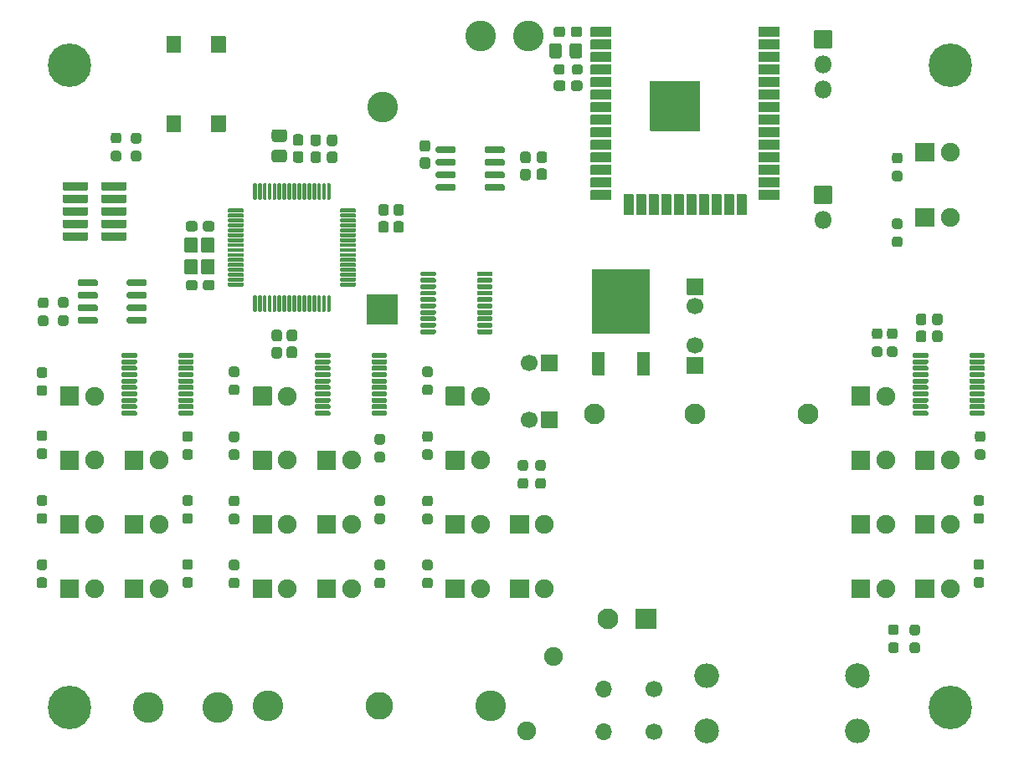
<source format=gts>
G04 #@! TF.GenerationSoftware,KiCad,Pcbnew,5.1.9*
G04 #@! TF.CreationDate,2021-01-09T13:55:21+02:00*
G04 #@! TF.ProjectId,block,626c6f63-6b2e-46b6-9963-61645f706362,rev?*
G04 #@! TF.SameCoordinates,Original*
G04 #@! TF.FileFunction,Soldermask,Top*
G04 #@! TF.FilePolarity,Negative*
%FSLAX46Y46*%
G04 Gerber Fmt 4.6, Leading zero omitted, Abs format (unit mm)*
G04 Created by KiCad (PCBNEW 5.1.9) date 2021-01-09 13:55:21*
%MOMM*%
%LPD*%
G01*
G04 APERTURE LIST*
%ADD10C,1.900000*%
%ADD11C,3.100000*%
%ADD12O,1.800000X1.800000*%
%ADD13C,1.700000*%
%ADD14C,2.800000*%
%ADD15C,4.400000*%
%ADD16C,2.100000*%
%ADD17O,2.500000X2.500000*%
%ADD18C,2.500000*%
%ADD19O,1.700000X1.700000*%
G04 APERTURE END LIST*
G04 #@! TO.C,U9*
G36*
G01*
X149690000Y-64077000D02*
X149690000Y-63177000D01*
G75*
G02*
X149740000Y-63127000I50000J0D01*
G01*
X151740000Y-63127000D01*
G75*
G02*
X151790000Y-63177000I0J-50000D01*
G01*
X151790000Y-64077000D01*
G75*
G02*
X151740000Y-64127000I-50000J0D01*
G01*
X149740000Y-64127000D01*
G75*
G02*
X149690000Y-64077000I0J50000D01*
G01*
G37*
G36*
G01*
X149690000Y-65347000D02*
X149690000Y-64447000D01*
G75*
G02*
X149740000Y-64397000I50000J0D01*
G01*
X151740000Y-64397000D01*
G75*
G02*
X151790000Y-64447000I0J-50000D01*
G01*
X151790000Y-65347000D01*
G75*
G02*
X151740000Y-65397000I-50000J0D01*
G01*
X149740000Y-65397000D01*
G75*
G02*
X149690000Y-65347000I0J50000D01*
G01*
G37*
G36*
G01*
X149690000Y-66617000D02*
X149690000Y-65717000D01*
G75*
G02*
X149740000Y-65667000I50000J0D01*
G01*
X151740000Y-65667000D01*
G75*
G02*
X151790000Y-65717000I0J-50000D01*
G01*
X151790000Y-66617000D01*
G75*
G02*
X151740000Y-66667000I-50000J0D01*
G01*
X149740000Y-66667000D01*
G75*
G02*
X149690000Y-66617000I0J50000D01*
G01*
G37*
G36*
G01*
X149690000Y-67887000D02*
X149690000Y-66987000D01*
G75*
G02*
X149740000Y-66937000I50000J0D01*
G01*
X151740000Y-66937000D01*
G75*
G02*
X151790000Y-66987000I0J-50000D01*
G01*
X151790000Y-67887000D01*
G75*
G02*
X151740000Y-67937000I-50000J0D01*
G01*
X149740000Y-67937000D01*
G75*
G02*
X149690000Y-67887000I0J50000D01*
G01*
G37*
G36*
G01*
X149690000Y-69157000D02*
X149690000Y-68257000D01*
G75*
G02*
X149740000Y-68207000I50000J0D01*
G01*
X151740000Y-68207000D01*
G75*
G02*
X151790000Y-68257000I0J-50000D01*
G01*
X151790000Y-69157000D01*
G75*
G02*
X151740000Y-69207000I-50000J0D01*
G01*
X149740000Y-69207000D01*
G75*
G02*
X149690000Y-69157000I0J50000D01*
G01*
G37*
G36*
G01*
X149690000Y-70427000D02*
X149690000Y-69527000D01*
G75*
G02*
X149740000Y-69477000I50000J0D01*
G01*
X151740000Y-69477000D01*
G75*
G02*
X151790000Y-69527000I0J-50000D01*
G01*
X151790000Y-70427000D01*
G75*
G02*
X151740000Y-70477000I-50000J0D01*
G01*
X149740000Y-70477000D01*
G75*
G02*
X149690000Y-70427000I0J50000D01*
G01*
G37*
G36*
G01*
X149690000Y-71697000D02*
X149690000Y-70797000D01*
G75*
G02*
X149740000Y-70747000I50000J0D01*
G01*
X151740000Y-70747000D01*
G75*
G02*
X151790000Y-70797000I0J-50000D01*
G01*
X151790000Y-71697000D01*
G75*
G02*
X151740000Y-71747000I-50000J0D01*
G01*
X149740000Y-71747000D01*
G75*
G02*
X149690000Y-71697000I0J50000D01*
G01*
G37*
G36*
G01*
X149690000Y-72967000D02*
X149690000Y-72067000D01*
G75*
G02*
X149740000Y-72017000I50000J0D01*
G01*
X151740000Y-72017000D01*
G75*
G02*
X151790000Y-72067000I0J-50000D01*
G01*
X151790000Y-72967000D01*
G75*
G02*
X151740000Y-73017000I-50000J0D01*
G01*
X149740000Y-73017000D01*
G75*
G02*
X149690000Y-72967000I0J50000D01*
G01*
G37*
G36*
G01*
X149690000Y-74237000D02*
X149690000Y-73337000D01*
G75*
G02*
X149740000Y-73287000I50000J0D01*
G01*
X151740000Y-73287000D01*
G75*
G02*
X151790000Y-73337000I0J-50000D01*
G01*
X151790000Y-74237000D01*
G75*
G02*
X151740000Y-74287000I-50000J0D01*
G01*
X149740000Y-74287000D01*
G75*
G02*
X149690000Y-74237000I0J50000D01*
G01*
G37*
G36*
G01*
X149690000Y-75507000D02*
X149690000Y-74607000D01*
G75*
G02*
X149740000Y-74557000I50000J0D01*
G01*
X151740000Y-74557000D01*
G75*
G02*
X151790000Y-74607000I0J-50000D01*
G01*
X151790000Y-75507000D01*
G75*
G02*
X151740000Y-75557000I-50000J0D01*
G01*
X149740000Y-75557000D01*
G75*
G02*
X149690000Y-75507000I0J50000D01*
G01*
G37*
G36*
G01*
X149690000Y-76777000D02*
X149690000Y-75877000D01*
G75*
G02*
X149740000Y-75827000I50000J0D01*
G01*
X151740000Y-75827000D01*
G75*
G02*
X151790000Y-75877000I0J-50000D01*
G01*
X151790000Y-76777000D01*
G75*
G02*
X151740000Y-76827000I-50000J0D01*
G01*
X149740000Y-76827000D01*
G75*
G02*
X149690000Y-76777000I0J50000D01*
G01*
G37*
G36*
G01*
X149690000Y-78047000D02*
X149690000Y-77147000D01*
G75*
G02*
X149740000Y-77097000I50000J0D01*
G01*
X151740000Y-77097000D01*
G75*
G02*
X151790000Y-77147000I0J-50000D01*
G01*
X151790000Y-78047000D01*
G75*
G02*
X151740000Y-78097000I-50000J0D01*
G01*
X149740000Y-78097000D01*
G75*
G02*
X149690000Y-78047000I0J50000D01*
G01*
G37*
G36*
G01*
X149690000Y-79317000D02*
X149690000Y-78417000D01*
G75*
G02*
X149740000Y-78367000I50000J0D01*
G01*
X151740000Y-78367000D01*
G75*
G02*
X151790000Y-78417000I0J-50000D01*
G01*
X151790000Y-79317000D01*
G75*
G02*
X151740000Y-79367000I-50000J0D01*
G01*
X149740000Y-79367000D01*
G75*
G02*
X149690000Y-79317000I0J50000D01*
G01*
G37*
G36*
G01*
X149690000Y-80587000D02*
X149690000Y-79687000D01*
G75*
G02*
X149740000Y-79637000I50000J0D01*
G01*
X151740000Y-79637000D01*
G75*
G02*
X151790000Y-79687000I0J-50000D01*
G01*
X151790000Y-80587000D01*
G75*
G02*
X151740000Y-80637000I-50000J0D01*
G01*
X149740000Y-80637000D01*
G75*
G02*
X149690000Y-80587000I0J50000D01*
G01*
G37*
G36*
G01*
X148405000Y-82187000D02*
X147505000Y-82187000D01*
G75*
G02*
X147455000Y-82137000I0J50000D01*
G01*
X147455000Y-80137000D01*
G75*
G02*
X147505000Y-80087000I50000J0D01*
G01*
X148405000Y-80087000D01*
G75*
G02*
X148455000Y-80137000I0J-50000D01*
G01*
X148455000Y-82137000D01*
G75*
G02*
X148405000Y-82187000I-50000J0D01*
G01*
G37*
G36*
G01*
X147135000Y-82187000D02*
X146235000Y-82187000D01*
G75*
G02*
X146185000Y-82137000I0J50000D01*
G01*
X146185000Y-80137000D01*
G75*
G02*
X146235000Y-80087000I50000J0D01*
G01*
X147135000Y-80087000D01*
G75*
G02*
X147185000Y-80137000I0J-50000D01*
G01*
X147185000Y-82137000D01*
G75*
G02*
X147135000Y-82187000I-50000J0D01*
G01*
G37*
G36*
G01*
X145865000Y-82187000D02*
X144965000Y-82187000D01*
G75*
G02*
X144915000Y-82137000I0J50000D01*
G01*
X144915000Y-80137000D01*
G75*
G02*
X144965000Y-80087000I50000J0D01*
G01*
X145865000Y-80087000D01*
G75*
G02*
X145915000Y-80137000I0J-50000D01*
G01*
X145915000Y-82137000D01*
G75*
G02*
X145865000Y-82187000I-50000J0D01*
G01*
G37*
G36*
G01*
X144595000Y-82187000D02*
X143695000Y-82187000D01*
G75*
G02*
X143645000Y-82137000I0J50000D01*
G01*
X143645000Y-80137000D01*
G75*
G02*
X143695000Y-80087000I50000J0D01*
G01*
X144595000Y-80087000D01*
G75*
G02*
X144645000Y-80137000I0J-50000D01*
G01*
X144645000Y-82137000D01*
G75*
G02*
X144595000Y-82187000I-50000J0D01*
G01*
G37*
G36*
G01*
X143325000Y-82187000D02*
X142425000Y-82187000D01*
G75*
G02*
X142375000Y-82137000I0J50000D01*
G01*
X142375000Y-80137000D01*
G75*
G02*
X142425000Y-80087000I50000J0D01*
G01*
X143325000Y-80087000D01*
G75*
G02*
X143375000Y-80137000I0J-50000D01*
G01*
X143375000Y-82137000D01*
G75*
G02*
X143325000Y-82187000I-50000J0D01*
G01*
G37*
G36*
G01*
X142055000Y-82187000D02*
X141155000Y-82187000D01*
G75*
G02*
X141105000Y-82137000I0J50000D01*
G01*
X141105000Y-80137000D01*
G75*
G02*
X141155000Y-80087000I50000J0D01*
G01*
X142055000Y-80087000D01*
G75*
G02*
X142105000Y-80137000I0J-50000D01*
G01*
X142105000Y-82137000D01*
G75*
G02*
X142055000Y-82187000I-50000J0D01*
G01*
G37*
G36*
G01*
X140785000Y-82187000D02*
X139885000Y-82187000D01*
G75*
G02*
X139835000Y-82137000I0J50000D01*
G01*
X139835000Y-80137000D01*
G75*
G02*
X139885000Y-80087000I50000J0D01*
G01*
X140785000Y-80087000D01*
G75*
G02*
X140835000Y-80137000I0J-50000D01*
G01*
X140835000Y-82137000D01*
G75*
G02*
X140785000Y-82187000I-50000J0D01*
G01*
G37*
G36*
G01*
X139515000Y-82187000D02*
X138615000Y-82187000D01*
G75*
G02*
X138565000Y-82137000I0J50000D01*
G01*
X138565000Y-80137000D01*
G75*
G02*
X138615000Y-80087000I50000J0D01*
G01*
X139515000Y-80087000D01*
G75*
G02*
X139565000Y-80137000I0J-50000D01*
G01*
X139565000Y-82137000D01*
G75*
G02*
X139515000Y-82187000I-50000J0D01*
G01*
G37*
G36*
G01*
X138245000Y-82187000D02*
X137345000Y-82187000D01*
G75*
G02*
X137295000Y-82137000I0J50000D01*
G01*
X137295000Y-80137000D01*
G75*
G02*
X137345000Y-80087000I50000J0D01*
G01*
X138245000Y-80087000D01*
G75*
G02*
X138295000Y-80137000I0J-50000D01*
G01*
X138295000Y-82137000D01*
G75*
G02*
X138245000Y-82187000I-50000J0D01*
G01*
G37*
G36*
G01*
X136975000Y-82187000D02*
X136075000Y-82187000D01*
G75*
G02*
X136025000Y-82137000I0J50000D01*
G01*
X136025000Y-80137000D01*
G75*
G02*
X136075000Y-80087000I50000J0D01*
G01*
X136975000Y-80087000D01*
G75*
G02*
X137025000Y-80137000I0J-50000D01*
G01*
X137025000Y-82137000D01*
G75*
G02*
X136975000Y-82187000I-50000J0D01*
G01*
G37*
G36*
G01*
X132690000Y-80587000D02*
X132690000Y-79687000D01*
G75*
G02*
X132740000Y-79637000I50000J0D01*
G01*
X134740000Y-79637000D01*
G75*
G02*
X134790000Y-79687000I0J-50000D01*
G01*
X134790000Y-80587000D01*
G75*
G02*
X134740000Y-80637000I-50000J0D01*
G01*
X132740000Y-80637000D01*
G75*
G02*
X132690000Y-80587000I0J50000D01*
G01*
G37*
G36*
G01*
X132690000Y-79317000D02*
X132690000Y-78417000D01*
G75*
G02*
X132740000Y-78367000I50000J0D01*
G01*
X134740000Y-78367000D01*
G75*
G02*
X134790000Y-78417000I0J-50000D01*
G01*
X134790000Y-79317000D01*
G75*
G02*
X134740000Y-79367000I-50000J0D01*
G01*
X132740000Y-79367000D01*
G75*
G02*
X132690000Y-79317000I0J50000D01*
G01*
G37*
G36*
G01*
X132690000Y-78047000D02*
X132690000Y-77147000D01*
G75*
G02*
X132740000Y-77097000I50000J0D01*
G01*
X134740000Y-77097000D01*
G75*
G02*
X134790000Y-77147000I0J-50000D01*
G01*
X134790000Y-78047000D01*
G75*
G02*
X134740000Y-78097000I-50000J0D01*
G01*
X132740000Y-78097000D01*
G75*
G02*
X132690000Y-78047000I0J50000D01*
G01*
G37*
G36*
G01*
X132690000Y-76777000D02*
X132690000Y-75877000D01*
G75*
G02*
X132740000Y-75827000I50000J0D01*
G01*
X134740000Y-75827000D01*
G75*
G02*
X134790000Y-75877000I0J-50000D01*
G01*
X134790000Y-76777000D01*
G75*
G02*
X134740000Y-76827000I-50000J0D01*
G01*
X132740000Y-76827000D01*
G75*
G02*
X132690000Y-76777000I0J50000D01*
G01*
G37*
G36*
G01*
X132690000Y-75507000D02*
X132690000Y-74607000D01*
G75*
G02*
X132740000Y-74557000I50000J0D01*
G01*
X134740000Y-74557000D01*
G75*
G02*
X134790000Y-74607000I0J-50000D01*
G01*
X134790000Y-75507000D01*
G75*
G02*
X134740000Y-75557000I-50000J0D01*
G01*
X132740000Y-75557000D01*
G75*
G02*
X132690000Y-75507000I0J50000D01*
G01*
G37*
G36*
G01*
X132690000Y-74237000D02*
X132690000Y-73337000D01*
G75*
G02*
X132740000Y-73287000I50000J0D01*
G01*
X134740000Y-73287000D01*
G75*
G02*
X134790000Y-73337000I0J-50000D01*
G01*
X134790000Y-74237000D01*
G75*
G02*
X134740000Y-74287000I-50000J0D01*
G01*
X132740000Y-74287000D01*
G75*
G02*
X132690000Y-74237000I0J50000D01*
G01*
G37*
G36*
G01*
X132690000Y-72967000D02*
X132690000Y-72067000D01*
G75*
G02*
X132740000Y-72017000I50000J0D01*
G01*
X134740000Y-72017000D01*
G75*
G02*
X134790000Y-72067000I0J-50000D01*
G01*
X134790000Y-72967000D01*
G75*
G02*
X134740000Y-73017000I-50000J0D01*
G01*
X132740000Y-73017000D01*
G75*
G02*
X132690000Y-72967000I0J50000D01*
G01*
G37*
G36*
G01*
X132690000Y-71697000D02*
X132690000Y-70797000D01*
G75*
G02*
X132740000Y-70747000I50000J0D01*
G01*
X134740000Y-70747000D01*
G75*
G02*
X134790000Y-70797000I0J-50000D01*
G01*
X134790000Y-71697000D01*
G75*
G02*
X134740000Y-71747000I-50000J0D01*
G01*
X132740000Y-71747000D01*
G75*
G02*
X132690000Y-71697000I0J50000D01*
G01*
G37*
G36*
G01*
X132690000Y-70427000D02*
X132690000Y-69527000D01*
G75*
G02*
X132740000Y-69477000I50000J0D01*
G01*
X134740000Y-69477000D01*
G75*
G02*
X134790000Y-69527000I0J-50000D01*
G01*
X134790000Y-70427000D01*
G75*
G02*
X134740000Y-70477000I-50000J0D01*
G01*
X132740000Y-70477000D01*
G75*
G02*
X132690000Y-70427000I0J50000D01*
G01*
G37*
G36*
G01*
X132690000Y-69157000D02*
X132690000Y-68257000D01*
G75*
G02*
X132740000Y-68207000I50000J0D01*
G01*
X134740000Y-68207000D01*
G75*
G02*
X134790000Y-68257000I0J-50000D01*
G01*
X134790000Y-69157000D01*
G75*
G02*
X134740000Y-69207000I-50000J0D01*
G01*
X132740000Y-69207000D01*
G75*
G02*
X132690000Y-69157000I0J50000D01*
G01*
G37*
G36*
G01*
X132690000Y-67887000D02*
X132690000Y-66987000D01*
G75*
G02*
X132740000Y-66937000I50000J0D01*
G01*
X134740000Y-66937000D01*
G75*
G02*
X134790000Y-66987000I0J-50000D01*
G01*
X134790000Y-67887000D01*
G75*
G02*
X134740000Y-67937000I-50000J0D01*
G01*
X132740000Y-67937000D01*
G75*
G02*
X132690000Y-67887000I0J50000D01*
G01*
G37*
G36*
G01*
X132690000Y-66617000D02*
X132690000Y-65717000D01*
G75*
G02*
X132740000Y-65667000I50000J0D01*
G01*
X134740000Y-65667000D01*
G75*
G02*
X134790000Y-65717000I0J-50000D01*
G01*
X134790000Y-66617000D01*
G75*
G02*
X134740000Y-66667000I-50000J0D01*
G01*
X132740000Y-66667000D01*
G75*
G02*
X132690000Y-66617000I0J50000D01*
G01*
G37*
G36*
G01*
X132690000Y-65347000D02*
X132690000Y-64447000D01*
G75*
G02*
X132740000Y-64397000I50000J0D01*
G01*
X134740000Y-64397000D01*
G75*
G02*
X134790000Y-64447000I0J-50000D01*
G01*
X134790000Y-65347000D01*
G75*
G02*
X134740000Y-65397000I-50000J0D01*
G01*
X132740000Y-65397000D01*
G75*
G02*
X132690000Y-65347000I0J50000D01*
G01*
G37*
G36*
G01*
X132690000Y-64077000D02*
X132690000Y-63177000D01*
G75*
G02*
X132740000Y-63127000I50000J0D01*
G01*
X134740000Y-63127000D01*
G75*
G02*
X134790000Y-63177000I0J-50000D01*
G01*
X134790000Y-64077000D01*
G75*
G02*
X134740000Y-64127000I-50000J0D01*
G01*
X132740000Y-64127000D01*
G75*
G02*
X132690000Y-64077000I0J50000D01*
G01*
G37*
G36*
G01*
X138690000Y-73627000D02*
X138690000Y-68627000D01*
G75*
G02*
X138740000Y-68577000I50000J0D01*
G01*
X143740000Y-68577000D01*
G75*
G02*
X143790000Y-68627000I0J-50000D01*
G01*
X143790000Y-73627000D01*
G75*
G02*
X143740000Y-73677000I-50000J0D01*
G01*
X138740000Y-73677000D01*
G75*
G02*
X138690000Y-73627000I0J50000D01*
G01*
G37*
G04 #@! TD*
G04 #@! TO.C,D21*
G36*
G01*
X124550000Y-120900000D02*
X124550000Y-119100000D01*
G75*
G02*
X124600000Y-119050000I50000J0D01*
G01*
X126400000Y-119050000D01*
G75*
G02*
X126450000Y-119100000I0J-50000D01*
G01*
X126450000Y-120900000D01*
G75*
G02*
X126400000Y-120950000I-50000J0D01*
G01*
X124600000Y-120950000D01*
G75*
G02*
X124550000Y-120900000I0J50000D01*
G01*
G37*
D10*
X128040000Y-120000000D03*
G04 #@! TD*
G04 #@! TO.C,R29*
G36*
G01*
X163965500Y-83595500D02*
X163440500Y-83595500D01*
G75*
G02*
X163178000Y-83333000I0J262500D01*
G01*
X163178000Y-82783000D01*
G75*
G02*
X163440500Y-82520500I262500J0D01*
G01*
X163965500Y-82520500D01*
G75*
G02*
X164228000Y-82783000I0J-262500D01*
G01*
X164228000Y-83333000D01*
G75*
G02*
X163965500Y-83595500I-262500J0D01*
G01*
G37*
G36*
G01*
X163965500Y-85420500D02*
X163440500Y-85420500D01*
G75*
G02*
X163178000Y-85158000I0J262500D01*
G01*
X163178000Y-84608000D01*
G75*
G02*
X163440500Y-84345500I262500J0D01*
G01*
X163965500Y-84345500D01*
G75*
G02*
X164228000Y-84608000I0J-262500D01*
G01*
X164228000Y-85158000D01*
G75*
G02*
X163965500Y-85420500I-262500J0D01*
G01*
G37*
G04 #@! TD*
G04 #@! TO.C,D13*
G36*
G01*
X105050000Y-107900000D02*
X105050000Y-106100000D01*
G75*
G02*
X105100000Y-106050000I50000J0D01*
G01*
X106900000Y-106050000D01*
G75*
G02*
X106950000Y-106100000I0J-50000D01*
G01*
X106950000Y-107900000D01*
G75*
G02*
X106900000Y-107950000I-50000J0D01*
G01*
X105100000Y-107950000D01*
G75*
G02*
X105050000Y-107900000I0J50000D01*
G01*
G37*
X108540000Y-107000000D03*
G04 #@! TD*
G04 #@! TO.C,R16*
G36*
G01*
X111641500Y-107241000D02*
X111116500Y-107241000D01*
G75*
G02*
X110854000Y-106978500I0J262500D01*
G01*
X110854000Y-106428500D01*
G75*
G02*
X111116500Y-106166000I262500J0D01*
G01*
X111641500Y-106166000D01*
G75*
G02*
X111904000Y-106428500I0J-262500D01*
G01*
X111904000Y-106978500D01*
G75*
G02*
X111641500Y-107241000I-262500J0D01*
G01*
G37*
G36*
G01*
X111641500Y-105416000D02*
X111116500Y-105416000D01*
G75*
G02*
X110854000Y-105153500I0J262500D01*
G01*
X110854000Y-104603500D01*
G75*
G02*
X111116500Y-104341000I262500J0D01*
G01*
X111641500Y-104341000D01*
G75*
G02*
X111904000Y-104603500I0J-262500D01*
G01*
X111904000Y-105153500D01*
G75*
G02*
X111641500Y-105416000I-262500J0D01*
G01*
G37*
G04 #@! TD*
G04 #@! TO.C,R7*
G36*
G01*
X172347500Y-105138500D02*
X171822500Y-105138500D01*
G75*
G02*
X171560000Y-104876000I0J262500D01*
G01*
X171560000Y-104326000D01*
G75*
G02*
X171822500Y-104063500I262500J0D01*
G01*
X172347500Y-104063500D01*
G75*
G02*
X172610000Y-104326000I0J-262500D01*
G01*
X172610000Y-104876000D01*
G75*
G02*
X172347500Y-105138500I-262500J0D01*
G01*
G37*
G36*
G01*
X172347500Y-106963500D02*
X171822500Y-106963500D01*
G75*
G02*
X171560000Y-106701000I0J262500D01*
G01*
X171560000Y-106151000D01*
G75*
G02*
X171822500Y-105888500I262500J0D01*
G01*
X172347500Y-105888500D01*
G75*
G02*
X172610000Y-106151000I0J-262500D01*
G01*
X172610000Y-106701000D01*
G75*
G02*
X172347500Y-106963500I-262500J0D01*
G01*
G37*
G04 #@! TD*
G04 #@! TO.C,R6*
G36*
G01*
X172220500Y-111615500D02*
X171695500Y-111615500D01*
G75*
G02*
X171433000Y-111353000I0J262500D01*
G01*
X171433000Y-110803000D01*
G75*
G02*
X171695500Y-110540500I262500J0D01*
G01*
X172220500Y-110540500D01*
G75*
G02*
X172483000Y-110803000I0J-262500D01*
G01*
X172483000Y-111353000D01*
G75*
G02*
X172220500Y-111615500I-262500J0D01*
G01*
G37*
G36*
G01*
X172220500Y-113440500D02*
X171695500Y-113440500D01*
G75*
G02*
X171433000Y-113178000I0J262500D01*
G01*
X171433000Y-112628000D01*
G75*
G02*
X171695500Y-112365500I262500J0D01*
G01*
X172220500Y-112365500D01*
G75*
G02*
X172483000Y-112628000I0J-262500D01*
G01*
X172483000Y-113178000D01*
G75*
G02*
X172220500Y-113440500I-262500J0D01*
G01*
G37*
G04 #@! TD*
G04 #@! TO.C,D7*
X169040000Y-107000000D03*
G36*
G01*
X165550000Y-107900000D02*
X165550000Y-106100000D01*
G75*
G02*
X165600000Y-106050000I50000J0D01*
G01*
X167400000Y-106050000D01*
G75*
G02*
X167450000Y-106100000I0J-50000D01*
G01*
X167450000Y-107900000D01*
G75*
G02*
X167400000Y-107950000I-50000J0D01*
G01*
X165600000Y-107950000D01*
G75*
G02*
X165550000Y-107900000I0J50000D01*
G01*
G37*
G04 #@! TD*
G04 #@! TO.C,D6*
X169040000Y-113500000D03*
G36*
G01*
X165550000Y-114400000D02*
X165550000Y-112600000D01*
G75*
G02*
X165600000Y-112550000I50000J0D01*
G01*
X167400000Y-112550000D01*
G75*
G02*
X167450000Y-112600000I0J-50000D01*
G01*
X167450000Y-114400000D01*
G75*
G02*
X167400000Y-114450000I-50000J0D01*
G01*
X165600000Y-114450000D01*
G75*
G02*
X165550000Y-114400000I0J50000D01*
G01*
G37*
G04 #@! TD*
D11*
G04 #@! TO.C,NEUTRAL*
X88000000Y-132000000D03*
G04 #@! TD*
G04 #@! TO.C,LIVE*
X95000000Y-132000000D03*
G04 #@! TD*
G04 #@! TO.C,R36*
G36*
G01*
X130804000Y-67699500D02*
X130804000Y-67174500D01*
G75*
G02*
X131066500Y-66912000I262500J0D01*
G01*
X131616500Y-66912000D01*
G75*
G02*
X131879000Y-67174500I0J-262500D01*
G01*
X131879000Y-67699500D01*
G75*
G02*
X131616500Y-67962000I-262500J0D01*
G01*
X131066500Y-67962000D01*
G75*
G02*
X130804000Y-67699500I0J262500D01*
G01*
G37*
G36*
G01*
X128979000Y-67699500D02*
X128979000Y-67174500D01*
G75*
G02*
X129241500Y-66912000I262500J0D01*
G01*
X129791500Y-66912000D01*
G75*
G02*
X130054000Y-67174500I0J-262500D01*
G01*
X130054000Y-67699500D01*
G75*
G02*
X129791500Y-67962000I-262500J0D01*
G01*
X129241500Y-67962000D01*
G75*
G02*
X128979000Y-67699500I0J262500D01*
G01*
G37*
G04 #@! TD*
D12*
G04 #@! TO.C,J3*
X156210000Y-69469000D03*
X156210000Y-66929000D03*
G36*
G01*
X155310000Y-65239000D02*
X155310000Y-63539000D01*
G75*
G02*
X155360000Y-63489000I50000J0D01*
G01*
X157060000Y-63489000D01*
G75*
G02*
X157110000Y-63539000I0J-50000D01*
G01*
X157110000Y-65239000D01*
G75*
G02*
X157060000Y-65289000I-50000J0D01*
G01*
X155360000Y-65289000D01*
G75*
G02*
X155310000Y-65239000I0J50000D01*
G01*
G37*
G04 #@! TD*
G04 #@! TO.C,J2*
X156210000Y-82677000D03*
G36*
G01*
X155310000Y-80987000D02*
X155310000Y-79287000D01*
G75*
G02*
X155360000Y-79237000I50000J0D01*
G01*
X157060000Y-79237000D01*
G75*
G02*
X157110000Y-79287000I0J-50000D01*
G01*
X157110000Y-80987000D01*
G75*
G02*
X157060000Y-81037000I-50000J0D01*
G01*
X155360000Y-81037000D01*
G75*
G02*
X155310000Y-80987000I0J50000D01*
G01*
G37*
G04 #@! TD*
G04 #@! TO.C,C30*
G36*
G01*
X130127500Y-63364500D02*
X130127500Y-63889500D01*
G75*
G02*
X129865000Y-64152000I-262500J0D01*
G01*
X129215000Y-64152000D01*
G75*
G02*
X128952500Y-63889500I0J262500D01*
G01*
X128952500Y-63364500D01*
G75*
G02*
X129215000Y-63102000I262500J0D01*
G01*
X129865000Y-63102000D01*
G75*
G02*
X130127500Y-63364500I0J-262500D01*
G01*
G37*
G36*
G01*
X131852500Y-63364500D02*
X131852500Y-63889500D01*
G75*
G02*
X131590000Y-64152000I-262500J0D01*
G01*
X130940000Y-64152000D01*
G75*
G02*
X130677500Y-63889500I0J262500D01*
G01*
X130677500Y-63364500D01*
G75*
G02*
X130940000Y-63102000I262500J0D01*
G01*
X131590000Y-63102000D01*
G75*
G02*
X131852500Y-63364500I0J-262500D01*
G01*
G37*
G04 #@! TD*
G04 #@! TO.C,C29*
G36*
G01*
X129775000Y-65049776D02*
X129775000Y-66057224D01*
G75*
G02*
X129503724Y-66328500I-271276J0D01*
G01*
X128771276Y-66328500D01*
G75*
G02*
X128500000Y-66057224I0J271276D01*
G01*
X128500000Y-65049776D01*
G75*
G02*
X128771276Y-64778500I271276J0D01*
G01*
X129503724Y-64778500D01*
G75*
G02*
X129775000Y-65049776I0J-271276D01*
G01*
G37*
G36*
G01*
X131850000Y-65049776D02*
X131850000Y-66057224D01*
G75*
G02*
X131578724Y-66328500I-271276J0D01*
G01*
X130846276Y-66328500D01*
G75*
G02*
X130575000Y-66057224I0J271276D01*
G01*
X130575000Y-65049776D01*
G75*
G02*
X130846276Y-64778500I271276J0D01*
G01*
X131578724Y-64778500D01*
G75*
G02*
X131850000Y-65049776I0J-271276D01*
G01*
G37*
G04 #@! TD*
G04 #@! TO.C,C31*
G36*
G01*
X130154000Y-68825500D02*
X130154000Y-69350500D01*
G75*
G02*
X129891500Y-69613000I-262500J0D01*
G01*
X129241500Y-69613000D01*
G75*
G02*
X128979000Y-69350500I0J262500D01*
G01*
X128979000Y-68825500D01*
G75*
G02*
X129241500Y-68563000I262500J0D01*
G01*
X129891500Y-68563000D01*
G75*
G02*
X130154000Y-68825500I0J-262500D01*
G01*
G37*
G36*
G01*
X131879000Y-68825500D02*
X131879000Y-69350500D01*
G75*
G02*
X131616500Y-69613000I-262500J0D01*
G01*
X130966500Y-69613000D01*
G75*
G02*
X130704000Y-69350500I0J262500D01*
G01*
X130704000Y-68825500D01*
G75*
G02*
X130966500Y-68563000I262500J0D01*
G01*
X131616500Y-68563000D01*
G75*
G02*
X131879000Y-68825500I0J-262500D01*
G01*
G37*
G04 #@! TD*
D11*
G04 #@! TO.C,BT1*
X111633000Y-71247000D03*
G36*
G01*
X113133000Y-93287000D02*
X110133000Y-93287000D01*
G75*
G02*
X110083000Y-93237000I0J50000D01*
G01*
X110083000Y-90237000D01*
G75*
G02*
X110133000Y-90187000I50000J0D01*
G01*
X113133000Y-90187000D01*
G75*
G02*
X113183000Y-90237000I0J-50000D01*
G01*
X113183000Y-93237000D01*
G75*
G02*
X113133000Y-93287000I-50000J0D01*
G01*
G37*
G04 #@! TD*
G04 #@! TO.C,C18*
G36*
G01*
X93493000Y-83574500D02*
X93493000Y-83049500D01*
G75*
G02*
X93755500Y-82787000I262500J0D01*
G01*
X94405500Y-82787000D01*
G75*
G02*
X94668000Y-83049500I0J-262500D01*
G01*
X94668000Y-83574500D01*
G75*
G02*
X94405500Y-83837000I-262500J0D01*
G01*
X93755500Y-83837000D01*
G75*
G02*
X93493000Y-83574500I0J262500D01*
G01*
G37*
G36*
G01*
X91768000Y-83574500D02*
X91768000Y-83049500D01*
G75*
G02*
X92030500Y-82787000I262500J0D01*
G01*
X92680500Y-82787000D01*
G75*
G02*
X92943000Y-83049500I0J-262500D01*
G01*
X92943000Y-83574500D01*
G75*
G02*
X92680500Y-83837000I-262500J0D01*
G01*
X92030500Y-83837000D01*
G75*
G02*
X91768000Y-83574500I0J262500D01*
G01*
G37*
G04 #@! TD*
G04 #@! TO.C,C19*
G36*
G01*
X94668000Y-89018500D02*
X94668000Y-89543500D01*
G75*
G02*
X94405500Y-89806000I-262500J0D01*
G01*
X93755500Y-89806000D01*
G75*
G02*
X93493000Y-89543500I0J262500D01*
G01*
X93493000Y-89018500D01*
G75*
G02*
X93755500Y-88756000I262500J0D01*
G01*
X94405500Y-88756000D01*
G75*
G02*
X94668000Y-89018500I0J-262500D01*
G01*
G37*
G36*
G01*
X92943000Y-89018500D02*
X92943000Y-89543500D01*
G75*
G02*
X92680500Y-89806000I-262500J0D01*
G01*
X92030500Y-89806000D01*
G75*
G02*
X91768000Y-89543500I0J262500D01*
G01*
X91768000Y-89018500D01*
G75*
G02*
X92030500Y-88756000I262500J0D01*
G01*
X92680500Y-88756000D01*
G75*
G02*
X92943000Y-89018500I0J-262500D01*
G01*
G37*
G04 #@! TD*
G04 #@! TO.C,C10*
G36*
G01*
X106815500Y-76914500D02*
X106290500Y-76914500D01*
G75*
G02*
X106028000Y-76652000I0J262500D01*
G01*
X106028000Y-76002000D01*
G75*
G02*
X106290500Y-75739500I262500J0D01*
G01*
X106815500Y-75739500D01*
G75*
G02*
X107078000Y-76002000I0J-262500D01*
G01*
X107078000Y-76652000D01*
G75*
G02*
X106815500Y-76914500I-262500J0D01*
G01*
G37*
G36*
G01*
X106815500Y-75189500D02*
X106290500Y-75189500D01*
G75*
G02*
X106028000Y-74927000I0J262500D01*
G01*
X106028000Y-74277000D01*
G75*
G02*
X106290500Y-74014500I262500J0D01*
G01*
X106815500Y-74014500D01*
G75*
G02*
X107078000Y-74277000I0J-262500D01*
G01*
X107078000Y-74927000D01*
G75*
G02*
X106815500Y-75189500I-262500J0D01*
G01*
G37*
G04 #@! TD*
G04 #@! TO.C,C27*
G36*
G01*
X129374000Y-96355000D02*
X129374000Y-97955000D01*
G75*
G02*
X129324000Y-98005000I-50000J0D01*
G01*
X127724000Y-98005000D01*
G75*
G02*
X127674000Y-97955000I0J50000D01*
G01*
X127674000Y-96355000D01*
G75*
G02*
X127724000Y-96305000I50000J0D01*
G01*
X129324000Y-96305000D01*
G75*
G02*
X129374000Y-96355000I0J-50000D01*
G01*
G37*
D13*
X126524000Y-97155000D03*
G04 #@! TD*
G04 #@! TO.C,C12*
G36*
G01*
X105164500Y-76914500D02*
X104639500Y-76914500D01*
G75*
G02*
X104377000Y-76652000I0J262500D01*
G01*
X104377000Y-76002000D01*
G75*
G02*
X104639500Y-75739500I262500J0D01*
G01*
X105164500Y-75739500D01*
G75*
G02*
X105427000Y-76002000I0J-262500D01*
G01*
X105427000Y-76652000D01*
G75*
G02*
X105164500Y-76914500I-262500J0D01*
G01*
G37*
G36*
G01*
X105164500Y-75189500D02*
X104639500Y-75189500D01*
G75*
G02*
X104377000Y-74927000I0J262500D01*
G01*
X104377000Y-74277000D01*
G75*
G02*
X104639500Y-74014500I262500J0D01*
G01*
X105164500Y-74014500D01*
G75*
G02*
X105427000Y-74277000I0J-262500D01*
G01*
X105427000Y-74927000D01*
G75*
G02*
X105164500Y-75189500I-262500J0D01*
G01*
G37*
G04 #@! TD*
G04 #@! TO.C,C28*
X126524000Y-102870000D03*
G36*
G01*
X129374000Y-102070000D02*
X129374000Y-103670000D01*
G75*
G02*
X129324000Y-103720000I-50000J0D01*
G01*
X127724000Y-103720000D01*
G75*
G02*
X127674000Y-103670000I0J50000D01*
G01*
X127674000Y-102070000D01*
G75*
G02*
X127724000Y-102020000I50000J0D01*
G01*
X129324000Y-102020000D01*
G75*
G02*
X129374000Y-102070000I0J-50000D01*
G01*
G37*
G04 #@! TD*
G04 #@! TO.C,C25*
G36*
G01*
X144056000Y-98259000D02*
X142456000Y-98259000D01*
G75*
G02*
X142406000Y-98209000I0J50000D01*
G01*
X142406000Y-96609000D01*
G75*
G02*
X142456000Y-96559000I50000J0D01*
G01*
X144056000Y-96559000D01*
G75*
G02*
X144106000Y-96609000I0J-50000D01*
G01*
X144106000Y-98209000D01*
G75*
G02*
X144056000Y-98259000I-50000J0D01*
G01*
G37*
X143256000Y-95409000D03*
G04 #@! TD*
G04 #@! TO.C,C3*
G36*
G01*
X102751500Y-94948500D02*
X102226500Y-94948500D01*
G75*
G02*
X101964000Y-94686000I0J262500D01*
G01*
X101964000Y-94036000D01*
G75*
G02*
X102226500Y-93773500I262500J0D01*
G01*
X102751500Y-93773500D01*
G75*
G02*
X103014000Y-94036000I0J-262500D01*
G01*
X103014000Y-94686000D01*
G75*
G02*
X102751500Y-94948500I-262500J0D01*
G01*
G37*
G36*
G01*
X102751500Y-96673500D02*
X102226500Y-96673500D01*
G75*
G02*
X101964000Y-96411000I0J262500D01*
G01*
X101964000Y-95761000D01*
G75*
G02*
X102226500Y-95498500I262500J0D01*
G01*
X102751500Y-95498500D01*
G75*
G02*
X103014000Y-95761000I0J-262500D01*
G01*
X103014000Y-96411000D01*
G75*
G02*
X102751500Y-96673500I-262500J0D01*
G01*
G37*
G04 #@! TD*
G04 #@! TO.C,C4*
G36*
G01*
X101227500Y-94975000D02*
X100702500Y-94975000D01*
G75*
G02*
X100440000Y-94712500I0J262500D01*
G01*
X100440000Y-94062500D01*
G75*
G02*
X100702500Y-93800000I262500J0D01*
G01*
X101227500Y-93800000D01*
G75*
G02*
X101490000Y-94062500I0J-262500D01*
G01*
X101490000Y-94712500D01*
G75*
G02*
X101227500Y-94975000I-262500J0D01*
G01*
G37*
G36*
G01*
X101227500Y-96700000D02*
X100702500Y-96700000D01*
G75*
G02*
X100440000Y-96437500I0J262500D01*
G01*
X100440000Y-95787500D01*
G75*
G02*
X100702500Y-95525000I262500J0D01*
G01*
X101227500Y-95525000D01*
G75*
G02*
X101490000Y-95787500I0J-262500D01*
G01*
X101490000Y-96437500D01*
G75*
G02*
X101227500Y-96700000I-262500J0D01*
G01*
G37*
G04 #@! TD*
G04 #@! TO.C,C5*
G36*
G01*
X112022500Y-83973500D02*
X111497500Y-83973500D01*
G75*
G02*
X111235000Y-83711000I0J262500D01*
G01*
X111235000Y-83061000D01*
G75*
G02*
X111497500Y-82798500I262500J0D01*
G01*
X112022500Y-82798500D01*
G75*
G02*
X112285000Y-83061000I0J-262500D01*
G01*
X112285000Y-83711000D01*
G75*
G02*
X112022500Y-83973500I-262500J0D01*
G01*
G37*
G36*
G01*
X112022500Y-82248500D02*
X111497500Y-82248500D01*
G75*
G02*
X111235000Y-81986000I0J262500D01*
G01*
X111235000Y-81336000D01*
G75*
G02*
X111497500Y-81073500I262500J0D01*
G01*
X112022500Y-81073500D01*
G75*
G02*
X112285000Y-81336000I0J-262500D01*
G01*
X112285000Y-81986000D01*
G75*
G02*
X112022500Y-82248500I-262500J0D01*
G01*
G37*
G04 #@! TD*
G04 #@! TO.C,C26*
X143256000Y-91408000D03*
G36*
G01*
X142456000Y-88558000D02*
X144056000Y-88558000D01*
G75*
G02*
X144106000Y-88608000I0J-50000D01*
G01*
X144106000Y-90208000D01*
G75*
G02*
X144056000Y-90258000I-50000J0D01*
G01*
X142456000Y-90258000D01*
G75*
G02*
X142406000Y-90208000I0J50000D01*
G01*
X142406000Y-88608000D01*
G75*
G02*
X142456000Y-88558000I50000J0D01*
G01*
G37*
G04 #@! TD*
G04 #@! TO.C,C6*
G36*
G01*
X113546500Y-82248500D02*
X113021500Y-82248500D01*
G75*
G02*
X112759000Y-81986000I0J262500D01*
G01*
X112759000Y-81336000D01*
G75*
G02*
X113021500Y-81073500I262500J0D01*
G01*
X113546500Y-81073500D01*
G75*
G02*
X113809000Y-81336000I0J-262500D01*
G01*
X113809000Y-81986000D01*
G75*
G02*
X113546500Y-82248500I-262500J0D01*
G01*
G37*
G36*
G01*
X113546500Y-83973500D02*
X113021500Y-83973500D01*
G75*
G02*
X112759000Y-83711000I0J262500D01*
G01*
X112759000Y-83061000D01*
G75*
G02*
X113021500Y-82798500I262500J0D01*
G01*
X113546500Y-82798500D01*
G75*
G02*
X113809000Y-83061000I0J-262500D01*
G01*
X113809000Y-83711000D01*
G75*
G02*
X113546500Y-83973500I-262500J0D01*
G01*
G37*
G04 #@! TD*
G04 #@! TO.C,C7*
G36*
G01*
X102861500Y-73988000D02*
X103386500Y-73988000D01*
G75*
G02*
X103649000Y-74250500I0J-262500D01*
G01*
X103649000Y-74900500D01*
G75*
G02*
X103386500Y-75163000I-262500J0D01*
G01*
X102861500Y-75163000D01*
G75*
G02*
X102599000Y-74900500I0J262500D01*
G01*
X102599000Y-74250500D01*
G75*
G02*
X102861500Y-73988000I262500J0D01*
G01*
G37*
G36*
G01*
X102861500Y-75713000D02*
X103386500Y-75713000D01*
G75*
G02*
X103649000Y-75975500I0J-262500D01*
G01*
X103649000Y-76625500D01*
G75*
G02*
X103386500Y-76888000I-262500J0D01*
G01*
X102861500Y-76888000D01*
G75*
G02*
X102599000Y-76625500I0J262500D01*
G01*
X102599000Y-75975500D01*
G75*
G02*
X102861500Y-75713000I262500J0D01*
G01*
G37*
G04 #@! TD*
G04 #@! TO.C,C15*
G36*
G01*
X116213500Y-75771500D02*
X115688500Y-75771500D01*
G75*
G02*
X115426000Y-75509000I0J262500D01*
G01*
X115426000Y-74859000D01*
G75*
G02*
X115688500Y-74596500I262500J0D01*
G01*
X116213500Y-74596500D01*
G75*
G02*
X116476000Y-74859000I0J-262500D01*
G01*
X116476000Y-75509000D01*
G75*
G02*
X116213500Y-75771500I-262500J0D01*
G01*
G37*
G36*
G01*
X116213500Y-77496500D02*
X115688500Y-77496500D01*
G75*
G02*
X115426000Y-77234000I0J262500D01*
G01*
X115426000Y-76584000D01*
G75*
G02*
X115688500Y-76321500I262500J0D01*
G01*
X116213500Y-76321500D01*
G75*
G02*
X116476000Y-76584000I0J-262500D01*
G01*
X116476000Y-77234000D01*
G75*
G02*
X116213500Y-77496500I-262500J0D01*
G01*
G37*
G04 #@! TD*
G04 #@! TO.C,C8*
G36*
G01*
X100715276Y-73487500D02*
X101722724Y-73487500D01*
G75*
G02*
X101994000Y-73758776I0J-271276D01*
G01*
X101994000Y-74491224D01*
G75*
G02*
X101722724Y-74762500I-271276J0D01*
G01*
X100715276Y-74762500D01*
G75*
G02*
X100444000Y-74491224I0J271276D01*
G01*
X100444000Y-73758776D01*
G75*
G02*
X100715276Y-73487500I271276J0D01*
G01*
G37*
G36*
G01*
X100715276Y-75562500D02*
X101722724Y-75562500D01*
G75*
G02*
X101994000Y-75833776I0J-271276D01*
G01*
X101994000Y-76566224D01*
G75*
G02*
X101722724Y-76837500I-271276J0D01*
G01*
X100715276Y-76837500D01*
G75*
G02*
X100444000Y-76566224I0J271276D01*
G01*
X100444000Y-75833776D01*
G75*
G02*
X100715276Y-75562500I271276J0D01*
G01*
G37*
G04 #@! TD*
G04 #@! TO.C,C1*
G36*
G01*
X167504500Y-92149000D02*
X168029500Y-92149000D01*
G75*
G02*
X168292000Y-92411500I0J-262500D01*
G01*
X168292000Y-93061500D01*
G75*
G02*
X168029500Y-93324000I-262500J0D01*
G01*
X167504500Y-93324000D01*
G75*
G02*
X167242000Y-93061500I0J262500D01*
G01*
X167242000Y-92411500D01*
G75*
G02*
X167504500Y-92149000I262500J0D01*
G01*
G37*
G36*
G01*
X167504500Y-93874000D02*
X168029500Y-93874000D01*
G75*
G02*
X168292000Y-94136500I0J-262500D01*
G01*
X168292000Y-94786500D01*
G75*
G02*
X168029500Y-95049000I-262500J0D01*
G01*
X167504500Y-95049000D01*
G75*
G02*
X167242000Y-94786500I0J262500D01*
G01*
X167242000Y-94136500D01*
G75*
G02*
X167504500Y-93874000I262500J0D01*
G01*
G37*
G04 #@! TD*
G04 #@! TO.C,C2*
G36*
G01*
X165853500Y-93874000D02*
X166378500Y-93874000D01*
G75*
G02*
X166641000Y-94136500I0J-262500D01*
G01*
X166641000Y-94786500D01*
G75*
G02*
X166378500Y-95049000I-262500J0D01*
G01*
X165853500Y-95049000D01*
G75*
G02*
X165591000Y-94786500I0J262500D01*
G01*
X165591000Y-94136500D01*
G75*
G02*
X165853500Y-93874000I262500J0D01*
G01*
G37*
G36*
G01*
X165853500Y-92149000D02*
X166378500Y-92149000D01*
G75*
G02*
X166641000Y-92411500I0J-262500D01*
G01*
X166641000Y-93061500D01*
G75*
G02*
X166378500Y-93324000I-262500J0D01*
G01*
X165853500Y-93324000D01*
G75*
G02*
X165591000Y-93061500I0J262500D01*
G01*
X165591000Y-92411500D01*
G75*
G02*
X165853500Y-92149000I262500J0D01*
G01*
G37*
G04 #@! TD*
G04 #@! TO.C,C16*
G36*
G01*
X126373500Y-76941000D02*
X125848500Y-76941000D01*
G75*
G02*
X125586000Y-76678500I0J262500D01*
G01*
X125586000Y-76028500D01*
G75*
G02*
X125848500Y-75766000I262500J0D01*
G01*
X126373500Y-75766000D01*
G75*
G02*
X126636000Y-76028500I0J-262500D01*
G01*
X126636000Y-76678500D01*
G75*
G02*
X126373500Y-76941000I-262500J0D01*
G01*
G37*
G36*
G01*
X126373500Y-78666000D02*
X125848500Y-78666000D01*
G75*
G02*
X125586000Y-78403500I0J262500D01*
G01*
X125586000Y-77753500D01*
G75*
G02*
X125848500Y-77491000I262500J0D01*
G01*
X126373500Y-77491000D01*
G75*
G02*
X126636000Y-77753500I0J-262500D01*
G01*
X126636000Y-78403500D01*
G75*
G02*
X126373500Y-78666000I-262500J0D01*
G01*
G37*
G04 #@! TD*
G04 #@! TO.C,C17*
G36*
G01*
X128024500Y-78639500D02*
X127499500Y-78639500D01*
G75*
G02*
X127237000Y-78377000I0J262500D01*
G01*
X127237000Y-77727000D01*
G75*
G02*
X127499500Y-77464500I262500J0D01*
G01*
X128024500Y-77464500D01*
G75*
G02*
X128287000Y-77727000I0J-262500D01*
G01*
X128287000Y-78377000D01*
G75*
G02*
X128024500Y-78639500I-262500J0D01*
G01*
G37*
G36*
G01*
X128024500Y-76914500D02*
X127499500Y-76914500D01*
G75*
G02*
X127237000Y-76652000I0J262500D01*
G01*
X127237000Y-76002000D01*
G75*
G02*
X127499500Y-75739500I262500J0D01*
G01*
X128024500Y-75739500D01*
G75*
G02*
X128287000Y-76002000I0J-262500D01*
G01*
X128287000Y-76652000D01*
G75*
G02*
X128024500Y-76914500I-262500J0D01*
G01*
G37*
G04 #@! TD*
G04 #@! TO.C,D16*
G36*
G01*
X79050000Y-120900000D02*
X79050000Y-119100000D01*
G75*
G02*
X79100000Y-119050000I50000J0D01*
G01*
X80900000Y-119050000D01*
G75*
G02*
X80950000Y-119100000I0J-50000D01*
G01*
X80950000Y-120900000D01*
G75*
G02*
X80900000Y-120950000I-50000J0D01*
G01*
X79100000Y-120950000D01*
G75*
G02*
X79050000Y-120900000I0J50000D01*
G01*
G37*
D10*
X82540000Y-120000000D03*
G04 #@! TD*
G04 #@! TO.C,D18*
G36*
G01*
X79060000Y-114400000D02*
X79060000Y-112600000D01*
G75*
G02*
X79110000Y-112550000I50000J0D01*
G01*
X80910000Y-112550000D01*
G75*
G02*
X80960000Y-112600000I0J-50000D01*
G01*
X80960000Y-114400000D01*
G75*
G02*
X80910000Y-114450000I-50000J0D01*
G01*
X79110000Y-114450000D01*
G75*
G02*
X79060000Y-114400000I0J50000D01*
G01*
G37*
X82550000Y-113500000D03*
G04 #@! TD*
G04 #@! TO.C,D20*
G36*
G01*
X79050000Y-107900000D02*
X79050000Y-106100000D01*
G75*
G02*
X79100000Y-106050000I50000J0D01*
G01*
X80900000Y-106050000D01*
G75*
G02*
X80950000Y-106100000I0J-50000D01*
G01*
X80950000Y-107900000D01*
G75*
G02*
X80900000Y-107950000I-50000J0D01*
G01*
X79100000Y-107950000D01*
G75*
G02*
X79050000Y-107900000I0J50000D01*
G01*
G37*
X82540000Y-107000000D03*
G04 #@! TD*
G04 #@! TO.C,D22*
X82540000Y-100500000D03*
G36*
G01*
X79050000Y-101400000D02*
X79050000Y-99600000D01*
G75*
G02*
X79100000Y-99550000I50000J0D01*
G01*
X80900000Y-99550000D01*
G75*
G02*
X80950000Y-99600000I0J-50000D01*
G01*
X80950000Y-101400000D01*
G75*
G02*
X80900000Y-101450000I-50000J0D01*
G01*
X79100000Y-101450000D01*
G75*
G02*
X79050000Y-101400000I0J50000D01*
G01*
G37*
G04 #@! TD*
G04 #@! TO.C,D24*
G36*
G01*
X85550000Y-120900000D02*
X85550000Y-119100000D01*
G75*
G02*
X85600000Y-119050000I50000J0D01*
G01*
X87400000Y-119050000D01*
G75*
G02*
X87450000Y-119100000I0J-50000D01*
G01*
X87450000Y-120900000D01*
G75*
G02*
X87400000Y-120950000I-50000J0D01*
G01*
X85600000Y-120950000D01*
G75*
G02*
X85550000Y-120900000I0J50000D01*
G01*
G37*
X89040000Y-120000000D03*
G04 #@! TD*
G04 #@! TO.C,D26*
X89040000Y-113500000D03*
G36*
G01*
X85550000Y-114400000D02*
X85550000Y-112600000D01*
G75*
G02*
X85600000Y-112550000I50000J0D01*
G01*
X87400000Y-112550000D01*
G75*
G02*
X87450000Y-112600000I0J-50000D01*
G01*
X87450000Y-114400000D01*
G75*
G02*
X87400000Y-114450000I-50000J0D01*
G01*
X85600000Y-114450000D01*
G75*
G02*
X85550000Y-114400000I0J50000D01*
G01*
G37*
G04 #@! TD*
G04 #@! TO.C,D28*
G36*
G01*
X85550000Y-107900000D02*
X85550000Y-106100000D01*
G75*
G02*
X85600000Y-106050000I50000J0D01*
G01*
X87400000Y-106050000D01*
G75*
G02*
X87450000Y-106100000I0J-50000D01*
G01*
X87450000Y-107900000D01*
G75*
G02*
X87400000Y-107950000I-50000J0D01*
G01*
X85600000Y-107950000D01*
G75*
G02*
X85550000Y-107900000I0J50000D01*
G01*
G37*
X89040000Y-107000000D03*
G04 #@! TD*
G04 #@! TO.C,D29*
X102040000Y-120000000D03*
G36*
G01*
X98550000Y-120900000D02*
X98550000Y-119100000D01*
G75*
G02*
X98600000Y-119050000I50000J0D01*
G01*
X100400000Y-119050000D01*
G75*
G02*
X100450000Y-119100000I0J-50000D01*
G01*
X100450000Y-120900000D01*
G75*
G02*
X100400000Y-120950000I-50000J0D01*
G01*
X98600000Y-120950000D01*
G75*
G02*
X98550000Y-120900000I0J50000D01*
G01*
G37*
G04 #@! TD*
G04 #@! TO.C,D1*
X162540000Y-120000000D03*
G36*
G01*
X159050000Y-120900000D02*
X159050000Y-119100000D01*
G75*
G02*
X159100000Y-119050000I50000J0D01*
G01*
X160900000Y-119050000D01*
G75*
G02*
X160950000Y-119100000I0J-50000D01*
G01*
X160950000Y-120900000D01*
G75*
G02*
X160900000Y-120950000I-50000J0D01*
G01*
X159100000Y-120950000D01*
G75*
G02*
X159050000Y-120900000I0J50000D01*
G01*
G37*
G04 #@! TD*
G04 #@! TO.C,D2*
X162540000Y-113500000D03*
G36*
G01*
X159050000Y-114400000D02*
X159050000Y-112600000D01*
G75*
G02*
X159100000Y-112550000I50000J0D01*
G01*
X160900000Y-112550000D01*
G75*
G02*
X160950000Y-112600000I0J-50000D01*
G01*
X160950000Y-114400000D01*
G75*
G02*
X160900000Y-114450000I-50000J0D01*
G01*
X159100000Y-114450000D01*
G75*
G02*
X159050000Y-114400000I0J50000D01*
G01*
G37*
G04 #@! TD*
G04 #@! TO.C,D3*
G36*
G01*
X159050000Y-107900000D02*
X159050000Y-106100000D01*
G75*
G02*
X159100000Y-106050000I50000J0D01*
G01*
X160900000Y-106050000D01*
G75*
G02*
X160950000Y-106100000I0J-50000D01*
G01*
X160950000Y-107900000D01*
G75*
G02*
X160900000Y-107950000I-50000J0D01*
G01*
X159100000Y-107950000D01*
G75*
G02*
X159050000Y-107900000I0J50000D01*
G01*
G37*
X162540000Y-107000000D03*
G04 #@! TD*
G04 #@! TO.C,D4*
X162540000Y-100500000D03*
G36*
G01*
X159050000Y-101400000D02*
X159050000Y-99600000D01*
G75*
G02*
X159100000Y-99550000I50000J0D01*
G01*
X160900000Y-99550000D01*
G75*
G02*
X160950000Y-99600000I0J-50000D01*
G01*
X160950000Y-101400000D01*
G75*
G02*
X160900000Y-101450000I-50000J0D01*
G01*
X159100000Y-101450000D01*
G75*
G02*
X159050000Y-101400000I0J50000D01*
G01*
G37*
G04 #@! TD*
G04 #@! TO.C,D5*
G36*
G01*
X165550000Y-120900000D02*
X165550000Y-119100000D01*
G75*
G02*
X165600000Y-119050000I50000J0D01*
G01*
X167400000Y-119050000D01*
G75*
G02*
X167450000Y-119100000I0J-50000D01*
G01*
X167450000Y-120900000D01*
G75*
G02*
X167400000Y-120950000I-50000J0D01*
G01*
X165600000Y-120950000D01*
G75*
G02*
X165550000Y-120900000I0J50000D01*
G01*
G37*
X169040000Y-120000000D03*
G04 #@! TD*
G04 #@! TO.C,D8*
X102040000Y-113500000D03*
G36*
G01*
X98550000Y-114400000D02*
X98550000Y-112600000D01*
G75*
G02*
X98600000Y-112550000I50000J0D01*
G01*
X100400000Y-112550000D01*
G75*
G02*
X100450000Y-112600000I0J-50000D01*
G01*
X100450000Y-114400000D01*
G75*
G02*
X100400000Y-114450000I-50000J0D01*
G01*
X98600000Y-114450000D01*
G75*
G02*
X98550000Y-114400000I0J50000D01*
G01*
G37*
G04 #@! TD*
G04 #@! TO.C,D9*
G36*
G01*
X98550000Y-107900000D02*
X98550000Y-106100000D01*
G75*
G02*
X98600000Y-106050000I50000J0D01*
G01*
X100400000Y-106050000D01*
G75*
G02*
X100450000Y-106100000I0J-50000D01*
G01*
X100450000Y-107900000D01*
G75*
G02*
X100400000Y-107950000I-50000J0D01*
G01*
X98600000Y-107950000D01*
G75*
G02*
X98550000Y-107900000I0J50000D01*
G01*
G37*
X102040000Y-107000000D03*
G04 #@! TD*
G04 #@! TO.C,D10*
G36*
G01*
X98550000Y-101400000D02*
X98550000Y-99600000D01*
G75*
G02*
X98600000Y-99550000I50000J0D01*
G01*
X100400000Y-99550000D01*
G75*
G02*
X100450000Y-99600000I0J-50000D01*
G01*
X100450000Y-101400000D01*
G75*
G02*
X100400000Y-101450000I-50000J0D01*
G01*
X98600000Y-101450000D01*
G75*
G02*
X98550000Y-101400000I0J50000D01*
G01*
G37*
X102040000Y-100500000D03*
G04 #@! TD*
G04 #@! TO.C,D11*
X108540000Y-120000000D03*
G36*
G01*
X105050000Y-120900000D02*
X105050000Y-119100000D01*
G75*
G02*
X105100000Y-119050000I50000J0D01*
G01*
X106900000Y-119050000D01*
G75*
G02*
X106950000Y-119100000I0J-50000D01*
G01*
X106950000Y-120900000D01*
G75*
G02*
X106900000Y-120950000I-50000J0D01*
G01*
X105100000Y-120950000D01*
G75*
G02*
X105050000Y-120900000I0J50000D01*
G01*
G37*
G04 #@! TD*
G04 #@! TO.C,D12*
G36*
G01*
X105050000Y-114400000D02*
X105050000Y-112600000D01*
G75*
G02*
X105100000Y-112550000I50000J0D01*
G01*
X106900000Y-112550000D01*
G75*
G02*
X106950000Y-112600000I0J-50000D01*
G01*
X106950000Y-114400000D01*
G75*
G02*
X106900000Y-114450000I-50000J0D01*
G01*
X105100000Y-114450000D01*
G75*
G02*
X105050000Y-114400000I0J50000D01*
G01*
G37*
X108540000Y-113500000D03*
G04 #@! TD*
G04 #@! TO.C,D14*
X121540000Y-120000000D03*
G36*
G01*
X118050000Y-120900000D02*
X118050000Y-119100000D01*
G75*
G02*
X118100000Y-119050000I50000J0D01*
G01*
X119900000Y-119050000D01*
G75*
G02*
X119950000Y-119100000I0J-50000D01*
G01*
X119950000Y-120900000D01*
G75*
G02*
X119900000Y-120950000I-50000J0D01*
G01*
X118100000Y-120950000D01*
G75*
G02*
X118050000Y-120900000I0J50000D01*
G01*
G37*
G04 #@! TD*
G04 #@! TO.C,D15*
X121540000Y-113500000D03*
G36*
G01*
X118050000Y-114400000D02*
X118050000Y-112600000D01*
G75*
G02*
X118100000Y-112550000I50000J0D01*
G01*
X119900000Y-112550000D01*
G75*
G02*
X119950000Y-112600000I0J-50000D01*
G01*
X119950000Y-114400000D01*
G75*
G02*
X119900000Y-114450000I-50000J0D01*
G01*
X118100000Y-114450000D01*
G75*
G02*
X118050000Y-114400000I0J50000D01*
G01*
G37*
G04 #@! TD*
G04 #@! TO.C,D17*
G36*
G01*
X118050000Y-107900000D02*
X118050000Y-106100000D01*
G75*
G02*
X118100000Y-106050000I50000J0D01*
G01*
X119900000Y-106050000D01*
G75*
G02*
X119950000Y-106100000I0J-50000D01*
G01*
X119950000Y-107900000D01*
G75*
G02*
X119900000Y-107950000I-50000J0D01*
G01*
X118100000Y-107950000D01*
G75*
G02*
X118050000Y-107900000I0J50000D01*
G01*
G37*
X121540000Y-107000000D03*
G04 #@! TD*
G04 #@! TO.C,D19*
X121540000Y-100500000D03*
G36*
G01*
X118050000Y-101400000D02*
X118050000Y-99600000D01*
G75*
G02*
X118100000Y-99550000I50000J0D01*
G01*
X119900000Y-99550000D01*
G75*
G02*
X119950000Y-99600000I0J-50000D01*
G01*
X119950000Y-101400000D01*
G75*
G02*
X119900000Y-101450000I-50000J0D01*
G01*
X118100000Y-101450000D01*
G75*
G02*
X118050000Y-101400000I0J50000D01*
G01*
G37*
G04 #@! TD*
G04 #@! TO.C,D23*
X128040000Y-113500000D03*
G36*
G01*
X124550000Y-114400000D02*
X124550000Y-112600000D01*
G75*
G02*
X124600000Y-112550000I50000J0D01*
G01*
X126400000Y-112550000D01*
G75*
G02*
X126450000Y-112600000I0J-50000D01*
G01*
X126450000Y-114400000D01*
G75*
G02*
X126400000Y-114450000I-50000J0D01*
G01*
X124600000Y-114450000D01*
G75*
G02*
X124550000Y-114400000I0J50000D01*
G01*
G37*
G04 #@! TD*
G04 #@! TO.C,D25*
X169040000Y-82423000D03*
G36*
G01*
X165550000Y-83323000D02*
X165550000Y-81523000D01*
G75*
G02*
X165600000Y-81473000I50000J0D01*
G01*
X167400000Y-81473000D01*
G75*
G02*
X167450000Y-81523000I0J-50000D01*
G01*
X167450000Y-83323000D01*
G75*
G02*
X167400000Y-83373000I-50000J0D01*
G01*
X165600000Y-83373000D01*
G75*
G02*
X165550000Y-83323000I0J50000D01*
G01*
G37*
G04 #@! TD*
G04 #@! TO.C,D27*
G36*
G01*
X165550000Y-76719000D02*
X165550000Y-74919000D01*
G75*
G02*
X165600000Y-74869000I50000J0D01*
G01*
X167400000Y-74869000D01*
G75*
G02*
X167450000Y-74919000I0J-50000D01*
G01*
X167450000Y-76719000D01*
G75*
G02*
X167400000Y-76769000I-50000J0D01*
G01*
X165600000Y-76769000D01*
G75*
G02*
X165550000Y-76719000I0J50000D01*
G01*
G37*
X169040000Y-75819000D03*
G04 #@! TD*
D11*
G04 #@! TO.C,F1*
X122555000Y-131826000D03*
X100055000Y-131826000D03*
D14*
X111305000Y-131826000D03*
G04 #@! TD*
D15*
G04 #@! TO.C,H1*
X169040000Y-132000000D03*
G04 #@! TD*
G04 #@! TO.C,H2*
X80000000Y-132000000D03*
G04 #@! TD*
G04 #@! TO.C,H3*
X80000000Y-67000000D03*
G04 #@! TD*
G04 #@! TO.C,H4*
X169040000Y-67000000D03*
G04 #@! TD*
G04 #@! TO.C,J1*
G36*
G01*
X79350000Y-79618000D02*
X79350000Y-78878000D01*
G75*
G02*
X79400000Y-78828000I50000J0D01*
G01*
X81800000Y-78828000D01*
G75*
G02*
X81850000Y-78878000I0J-50000D01*
G01*
X81850000Y-79618000D01*
G75*
G02*
X81800000Y-79668000I-50000J0D01*
G01*
X79400000Y-79668000D01*
G75*
G02*
X79350000Y-79618000I0J50000D01*
G01*
G37*
G36*
G01*
X83250000Y-79618000D02*
X83250000Y-78878000D01*
G75*
G02*
X83300000Y-78828000I50000J0D01*
G01*
X85700000Y-78828000D01*
G75*
G02*
X85750000Y-78878000I0J-50000D01*
G01*
X85750000Y-79618000D01*
G75*
G02*
X85700000Y-79668000I-50000J0D01*
G01*
X83300000Y-79668000D01*
G75*
G02*
X83250000Y-79618000I0J50000D01*
G01*
G37*
G36*
G01*
X79350000Y-80888000D02*
X79350000Y-80148000D01*
G75*
G02*
X79400000Y-80098000I50000J0D01*
G01*
X81800000Y-80098000D01*
G75*
G02*
X81850000Y-80148000I0J-50000D01*
G01*
X81850000Y-80888000D01*
G75*
G02*
X81800000Y-80938000I-50000J0D01*
G01*
X79400000Y-80938000D01*
G75*
G02*
X79350000Y-80888000I0J50000D01*
G01*
G37*
G36*
G01*
X83250000Y-80888000D02*
X83250000Y-80148000D01*
G75*
G02*
X83300000Y-80098000I50000J0D01*
G01*
X85700000Y-80098000D01*
G75*
G02*
X85750000Y-80148000I0J-50000D01*
G01*
X85750000Y-80888000D01*
G75*
G02*
X85700000Y-80938000I-50000J0D01*
G01*
X83300000Y-80938000D01*
G75*
G02*
X83250000Y-80888000I0J50000D01*
G01*
G37*
G36*
G01*
X79350000Y-82158000D02*
X79350000Y-81418000D01*
G75*
G02*
X79400000Y-81368000I50000J0D01*
G01*
X81800000Y-81368000D01*
G75*
G02*
X81850000Y-81418000I0J-50000D01*
G01*
X81850000Y-82158000D01*
G75*
G02*
X81800000Y-82208000I-50000J0D01*
G01*
X79400000Y-82208000D01*
G75*
G02*
X79350000Y-82158000I0J50000D01*
G01*
G37*
G36*
G01*
X83250000Y-82158000D02*
X83250000Y-81418000D01*
G75*
G02*
X83300000Y-81368000I50000J0D01*
G01*
X85700000Y-81368000D01*
G75*
G02*
X85750000Y-81418000I0J-50000D01*
G01*
X85750000Y-82158000D01*
G75*
G02*
X85700000Y-82208000I-50000J0D01*
G01*
X83300000Y-82208000D01*
G75*
G02*
X83250000Y-82158000I0J50000D01*
G01*
G37*
G36*
G01*
X79350000Y-83428000D02*
X79350000Y-82688000D01*
G75*
G02*
X79400000Y-82638000I50000J0D01*
G01*
X81800000Y-82638000D01*
G75*
G02*
X81850000Y-82688000I0J-50000D01*
G01*
X81850000Y-83428000D01*
G75*
G02*
X81800000Y-83478000I-50000J0D01*
G01*
X79400000Y-83478000D01*
G75*
G02*
X79350000Y-83428000I0J50000D01*
G01*
G37*
G36*
G01*
X83250000Y-83428000D02*
X83250000Y-82688000D01*
G75*
G02*
X83300000Y-82638000I50000J0D01*
G01*
X85700000Y-82638000D01*
G75*
G02*
X85750000Y-82688000I0J-50000D01*
G01*
X85750000Y-83428000D01*
G75*
G02*
X85700000Y-83478000I-50000J0D01*
G01*
X83300000Y-83478000D01*
G75*
G02*
X83250000Y-83428000I0J50000D01*
G01*
G37*
G36*
G01*
X79350000Y-84698000D02*
X79350000Y-83958000D01*
G75*
G02*
X79400000Y-83908000I50000J0D01*
G01*
X81800000Y-83908000D01*
G75*
G02*
X81850000Y-83958000I0J-50000D01*
G01*
X81850000Y-84698000D01*
G75*
G02*
X81800000Y-84748000I-50000J0D01*
G01*
X79400000Y-84748000D01*
G75*
G02*
X79350000Y-84698000I0J50000D01*
G01*
G37*
G36*
G01*
X83250000Y-84698000D02*
X83250000Y-83958000D01*
G75*
G02*
X83300000Y-83908000I50000J0D01*
G01*
X85700000Y-83908000D01*
G75*
G02*
X85750000Y-83958000I0J-50000D01*
G01*
X85750000Y-84698000D01*
G75*
G02*
X85700000Y-84748000I-50000J0D01*
G01*
X83300000Y-84748000D01*
G75*
G02*
X83250000Y-84698000I0J50000D01*
G01*
G37*
G04 #@! TD*
G04 #@! TO.C,PS1*
G36*
G01*
X139353000Y-122063000D02*
X139353000Y-124063000D01*
G75*
G02*
X139303000Y-124113000I-50000J0D01*
G01*
X137303000Y-124113000D01*
G75*
G02*
X137253000Y-124063000I0J50000D01*
G01*
X137253000Y-122063000D01*
G75*
G02*
X137303000Y-122013000I50000J0D01*
G01*
X139303000Y-122013000D01*
G75*
G02*
X139353000Y-122063000I0J-50000D01*
G01*
G37*
D16*
X134403000Y-123063000D03*
X143273000Y-102303000D03*
X154703000Y-102303000D03*
X133113000Y-102303000D03*
G04 #@! TD*
G04 #@! TO.C,R12*
G36*
G01*
X86478500Y-73861000D02*
X87003500Y-73861000D01*
G75*
G02*
X87266000Y-74123500I0J-262500D01*
G01*
X87266000Y-74673500D01*
G75*
G02*
X87003500Y-74936000I-262500J0D01*
G01*
X86478500Y-74936000D01*
G75*
G02*
X86216000Y-74673500I0J262500D01*
G01*
X86216000Y-74123500D01*
G75*
G02*
X86478500Y-73861000I262500J0D01*
G01*
G37*
G36*
G01*
X86478500Y-75686000D02*
X87003500Y-75686000D01*
G75*
G02*
X87266000Y-75948500I0J-262500D01*
G01*
X87266000Y-76498500D01*
G75*
G02*
X87003500Y-76761000I-262500J0D01*
G01*
X86478500Y-76761000D01*
G75*
G02*
X86216000Y-76498500I0J262500D01*
G01*
X86216000Y-75948500D01*
G75*
G02*
X86478500Y-75686000I262500J0D01*
G01*
G37*
G04 #@! TD*
D17*
G04 #@! TO.C,R34*
X159639000Y-134366000D03*
D18*
X144399000Y-134366000D03*
G04 #@! TD*
G04 #@! TO.C,R35*
X159639000Y-128778000D03*
D17*
X144399000Y-128778000D03*
G04 #@! TD*
G04 #@! TO.C,R17*
G36*
G01*
X84446500Y-75662500D02*
X84971500Y-75662500D01*
G75*
G02*
X85234000Y-75925000I0J-262500D01*
G01*
X85234000Y-76475000D01*
G75*
G02*
X84971500Y-76737500I-262500J0D01*
G01*
X84446500Y-76737500D01*
G75*
G02*
X84184000Y-76475000I0J262500D01*
G01*
X84184000Y-75925000D01*
G75*
G02*
X84446500Y-75662500I262500J0D01*
G01*
G37*
G36*
G01*
X84446500Y-73837500D02*
X84971500Y-73837500D01*
G75*
G02*
X85234000Y-74100000I0J-262500D01*
G01*
X85234000Y-74650000D01*
G75*
G02*
X84971500Y-74912500I-262500J0D01*
G01*
X84446500Y-74912500D01*
G75*
G02*
X84184000Y-74650000I0J262500D01*
G01*
X84184000Y-74100000D01*
G75*
G02*
X84446500Y-73837500I262500J0D01*
G01*
G37*
G04 #@! TD*
G04 #@! TO.C,R8*
G36*
G01*
X77080500Y-90521500D02*
X77605500Y-90521500D01*
G75*
G02*
X77868000Y-90784000I0J-262500D01*
G01*
X77868000Y-91334000D01*
G75*
G02*
X77605500Y-91596500I-262500J0D01*
G01*
X77080500Y-91596500D01*
G75*
G02*
X76818000Y-91334000I0J262500D01*
G01*
X76818000Y-90784000D01*
G75*
G02*
X77080500Y-90521500I262500J0D01*
G01*
G37*
G36*
G01*
X77080500Y-92346500D02*
X77605500Y-92346500D01*
G75*
G02*
X77868000Y-92609000I0J-262500D01*
G01*
X77868000Y-93159000D01*
G75*
G02*
X77605500Y-93421500I-262500J0D01*
G01*
X77080500Y-93421500D01*
G75*
G02*
X76818000Y-93159000I0J262500D01*
G01*
X76818000Y-92609000D01*
G75*
G02*
X77080500Y-92346500I262500J0D01*
G01*
G37*
G04 #@! TD*
G04 #@! TO.C,R9*
G36*
G01*
X79637500Y-91573000D02*
X79112500Y-91573000D01*
G75*
G02*
X78850000Y-91310500I0J262500D01*
G01*
X78850000Y-90760500D01*
G75*
G02*
X79112500Y-90498000I262500J0D01*
G01*
X79637500Y-90498000D01*
G75*
G02*
X79900000Y-90760500I0J-262500D01*
G01*
X79900000Y-91310500D01*
G75*
G02*
X79637500Y-91573000I-262500J0D01*
G01*
G37*
G36*
G01*
X79637500Y-93398000D02*
X79112500Y-93398000D01*
G75*
G02*
X78850000Y-93135500I0J262500D01*
G01*
X78850000Y-92585500D01*
G75*
G02*
X79112500Y-92323000I262500J0D01*
G01*
X79637500Y-92323000D01*
G75*
G02*
X79900000Y-92585500I0J-262500D01*
G01*
X79900000Y-93135500D01*
G75*
G02*
X79637500Y-93398000I-262500J0D01*
G01*
G37*
G04 #@! TD*
G04 #@! TO.C,R20*
G36*
G01*
X77478500Y-118116000D02*
X76953500Y-118116000D01*
G75*
G02*
X76691000Y-117853500I0J262500D01*
G01*
X76691000Y-117303500D01*
G75*
G02*
X76953500Y-117041000I262500J0D01*
G01*
X77478500Y-117041000D01*
G75*
G02*
X77741000Y-117303500I0J-262500D01*
G01*
X77741000Y-117853500D01*
G75*
G02*
X77478500Y-118116000I-262500J0D01*
G01*
G37*
G36*
G01*
X77478500Y-119941000D02*
X76953500Y-119941000D01*
G75*
G02*
X76691000Y-119678500I0J262500D01*
G01*
X76691000Y-119128500D01*
G75*
G02*
X76953500Y-118866000I262500J0D01*
G01*
X77478500Y-118866000D01*
G75*
G02*
X77741000Y-119128500I0J-262500D01*
G01*
X77741000Y-119678500D01*
G75*
G02*
X77478500Y-119941000I-262500J0D01*
G01*
G37*
G04 #@! TD*
G04 #@! TO.C,R24*
G36*
G01*
X77478500Y-106883500D02*
X76953500Y-106883500D01*
G75*
G02*
X76691000Y-106621000I0J262500D01*
G01*
X76691000Y-106071000D01*
G75*
G02*
X76953500Y-105808500I262500J0D01*
G01*
X77478500Y-105808500D01*
G75*
G02*
X77741000Y-106071000I0J-262500D01*
G01*
X77741000Y-106621000D01*
G75*
G02*
X77478500Y-106883500I-262500J0D01*
G01*
G37*
G36*
G01*
X77478500Y-105058500D02*
X76953500Y-105058500D01*
G75*
G02*
X76691000Y-104796000I0J262500D01*
G01*
X76691000Y-104246000D01*
G75*
G02*
X76953500Y-103983500I262500J0D01*
G01*
X77478500Y-103983500D01*
G75*
G02*
X77741000Y-104246000I0J-262500D01*
G01*
X77741000Y-104796000D01*
G75*
G02*
X77478500Y-105058500I-262500J0D01*
G01*
G37*
G04 #@! TD*
G04 #@! TO.C,R28*
G36*
G01*
X92210500Y-118092500D02*
X91685500Y-118092500D01*
G75*
G02*
X91423000Y-117830000I0J262500D01*
G01*
X91423000Y-117280000D01*
G75*
G02*
X91685500Y-117017500I262500J0D01*
G01*
X92210500Y-117017500D01*
G75*
G02*
X92473000Y-117280000I0J-262500D01*
G01*
X92473000Y-117830000D01*
G75*
G02*
X92210500Y-118092500I-262500J0D01*
G01*
G37*
G36*
G01*
X92210500Y-119917500D02*
X91685500Y-119917500D01*
G75*
G02*
X91423000Y-119655000I0J262500D01*
G01*
X91423000Y-119105000D01*
G75*
G02*
X91685500Y-118842500I262500J0D01*
G01*
X92210500Y-118842500D01*
G75*
G02*
X92473000Y-119105000I0J-262500D01*
G01*
X92473000Y-119655000D01*
G75*
G02*
X92210500Y-119917500I-262500J0D01*
G01*
G37*
G04 #@! TD*
G04 #@! TO.C,R32*
G36*
G01*
X92210500Y-105138500D02*
X91685500Y-105138500D01*
G75*
G02*
X91423000Y-104876000I0J262500D01*
G01*
X91423000Y-104326000D01*
G75*
G02*
X91685500Y-104063500I262500J0D01*
G01*
X92210500Y-104063500D01*
G75*
G02*
X92473000Y-104326000I0J-262500D01*
G01*
X92473000Y-104876000D01*
G75*
G02*
X92210500Y-105138500I-262500J0D01*
G01*
G37*
G36*
G01*
X92210500Y-106963500D02*
X91685500Y-106963500D01*
G75*
G02*
X91423000Y-106701000I0J262500D01*
G01*
X91423000Y-106151000D01*
G75*
G02*
X91685500Y-105888500I262500J0D01*
G01*
X92210500Y-105888500D01*
G75*
G02*
X92473000Y-106151000I0J-262500D01*
G01*
X92473000Y-106701000D01*
G75*
G02*
X92210500Y-106963500I-262500J0D01*
G01*
G37*
G04 #@! TD*
G04 #@! TO.C,R22*
G36*
G01*
X77478500Y-111615500D02*
X76953500Y-111615500D01*
G75*
G02*
X76691000Y-111353000I0J262500D01*
G01*
X76691000Y-110803000D01*
G75*
G02*
X76953500Y-110540500I262500J0D01*
G01*
X77478500Y-110540500D01*
G75*
G02*
X77741000Y-110803000I0J-262500D01*
G01*
X77741000Y-111353000D01*
G75*
G02*
X77478500Y-111615500I-262500J0D01*
G01*
G37*
G36*
G01*
X77478500Y-113440500D02*
X76953500Y-113440500D01*
G75*
G02*
X76691000Y-113178000I0J262500D01*
G01*
X76691000Y-112628000D01*
G75*
G02*
X76953500Y-112365500I262500J0D01*
G01*
X77478500Y-112365500D01*
G75*
G02*
X77741000Y-112628000I0J-262500D01*
G01*
X77741000Y-113178000D01*
G75*
G02*
X77478500Y-113440500I-262500J0D01*
G01*
G37*
G04 #@! TD*
G04 #@! TO.C,R26*
G36*
G01*
X77478500Y-100486500D02*
X76953500Y-100486500D01*
G75*
G02*
X76691000Y-100224000I0J262500D01*
G01*
X76691000Y-99674000D01*
G75*
G02*
X76953500Y-99411500I262500J0D01*
G01*
X77478500Y-99411500D01*
G75*
G02*
X77741000Y-99674000I0J-262500D01*
G01*
X77741000Y-100224000D01*
G75*
G02*
X77478500Y-100486500I-262500J0D01*
G01*
G37*
G36*
G01*
X77478500Y-98661500D02*
X76953500Y-98661500D01*
G75*
G02*
X76691000Y-98399000I0J262500D01*
G01*
X76691000Y-97849000D01*
G75*
G02*
X76953500Y-97586500I262500J0D01*
G01*
X77478500Y-97586500D01*
G75*
G02*
X77741000Y-97849000I0J-262500D01*
G01*
X77741000Y-98399000D01*
G75*
G02*
X77478500Y-98661500I-262500J0D01*
G01*
G37*
G04 #@! TD*
G04 #@! TO.C,R30*
G36*
G01*
X92210500Y-113440500D02*
X91685500Y-113440500D01*
G75*
G02*
X91423000Y-113178000I0J262500D01*
G01*
X91423000Y-112628000D01*
G75*
G02*
X91685500Y-112365500I262500J0D01*
G01*
X92210500Y-112365500D01*
G75*
G02*
X92473000Y-112628000I0J-262500D01*
G01*
X92473000Y-113178000D01*
G75*
G02*
X92210500Y-113440500I-262500J0D01*
G01*
G37*
G36*
G01*
X92210500Y-111615500D02*
X91685500Y-111615500D01*
G75*
G02*
X91423000Y-111353000I0J262500D01*
G01*
X91423000Y-110803000D01*
G75*
G02*
X91685500Y-110540500I262500J0D01*
G01*
X92210500Y-110540500D01*
G75*
G02*
X92473000Y-110803000I0J-262500D01*
G01*
X92473000Y-111353000D01*
G75*
G02*
X92210500Y-111615500I-262500J0D01*
G01*
G37*
G04 #@! TD*
G04 #@! TO.C,R33*
G36*
G01*
X96909500Y-119964500D02*
X96384500Y-119964500D01*
G75*
G02*
X96122000Y-119702000I0J262500D01*
G01*
X96122000Y-119152000D01*
G75*
G02*
X96384500Y-118889500I262500J0D01*
G01*
X96909500Y-118889500D01*
G75*
G02*
X97172000Y-119152000I0J-262500D01*
G01*
X97172000Y-119702000D01*
G75*
G02*
X96909500Y-119964500I-262500J0D01*
G01*
G37*
G36*
G01*
X96909500Y-118139500D02*
X96384500Y-118139500D01*
G75*
G02*
X96122000Y-117877000I0J262500D01*
G01*
X96122000Y-117327000D01*
G75*
G02*
X96384500Y-117064500I262500J0D01*
G01*
X96909500Y-117064500D01*
G75*
G02*
X97172000Y-117327000I0J-262500D01*
G01*
X97172000Y-117877000D01*
G75*
G02*
X96909500Y-118139500I-262500J0D01*
G01*
G37*
G04 #@! TD*
G04 #@! TO.C,R1*
G36*
G01*
X163584500Y-124696500D02*
X163059500Y-124696500D01*
G75*
G02*
X162797000Y-124434000I0J262500D01*
G01*
X162797000Y-123884000D01*
G75*
G02*
X163059500Y-123621500I262500J0D01*
G01*
X163584500Y-123621500D01*
G75*
G02*
X163847000Y-123884000I0J-262500D01*
G01*
X163847000Y-124434000D01*
G75*
G02*
X163584500Y-124696500I-262500J0D01*
G01*
G37*
G36*
G01*
X163584500Y-126521500D02*
X163059500Y-126521500D01*
G75*
G02*
X162797000Y-126259000I0J262500D01*
G01*
X162797000Y-125709000D01*
G75*
G02*
X163059500Y-125446500I262500J0D01*
G01*
X163584500Y-125446500D01*
G75*
G02*
X163847000Y-125709000I0J-262500D01*
G01*
X163847000Y-126259000D01*
G75*
G02*
X163584500Y-126521500I-262500J0D01*
G01*
G37*
G04 #@! TD*
G04 #@! TO.C,R3*
G36*
G01*
X161933500Y-94724500D02*
X161408500Y-94724500D01*
G75*
G02*
X161146000Y-94462000I0J262500D01*
G01*
X161146000Y-93912000D01*
G75*
G02*
X161408500Y-93649500I262500J0D01*
G01*
X161933500Y-93649500D01*
G75*
G02*
X162196000Y-93912000I0J-262500D01*
G01*
X162196000Y-94462000D01*
G75*
G02*
X161933500Y-94724500I-262500J0D01*
G01*
G37*
G36*
G01*
X161933500Y-96549500D02*
X161408500Y-96549500D01*
G75*
G02*
X161146000Y-96287000I0J262500D01*
G01*
X161146000Y-95737000D01*
G75*
G02*
X161408500Y-95474500I262500J0D01*
G01*
X161933500Y-95474500D01*
G75*
G02*
X162196000Y-95737000I0J-262500D01*
G01*
X162196000Y-96287000D01*
G75*
G02*
X161933500Y-96549500I-262500J0D01*
G01*
G37*
G04 #@! TD*
G04 #@! TO.C,R5*
G36*
G01*
X172220500Y-118092500D02*
X171695500Y-118092500D01*
G75*
G02*
X171433000Y-117830000I0J262500D01*
G01*
X171433000Y-117280000D01*
G75*
G02*
X171695500Y-117017500I262500J0D01*
G01*
X172220500Y-117017500D01*
G75*
G02*
X172483000Y-117280000I0J-262500D01*
G01*
X172483000Y-117830000D01*
G75*
G02*
X172220500Y-118092500I-262500J0D01*
G01*
G37*
G36*
G01*
X172220500Y-119917500D02*
X171695500Y-119917500D01*
G75*
G02*
X171433000Y-119655000I0J262500D01*
G01*
X171433000Y-119105000D01*
G75*
G02*
X171695500Y-118842500I262500J0D01*
G01*
X172220500Y-118842500D01*
G75*
G02*
X172483000Y-119105000I0J-262500D01*
G01*
X172483000Y-119655000D01*
G75*
G02*
X172220500Y-119917500I-262500J0D01*
G01*
G37*
G04 #@! TD*
G04 #@! TO.C,R2*
G36*
G01*
X165743500Y-124720000D02*
X165218500Y-124720000D01*
G75*
G02*
X164956000Y-124457500I0J262500D01*
G01*
X164956000Y-123907500D01*
G75*
G02*
X165218500Y-123645000I262500J0D01*
G01*
X165743500Y-123645000D01*
G75*
G02*
X166006000Y-123907500I0J-262500D01*
G01*
X166006000Y-124457500D01*
G75*
G02*
X165743500Y-124720000I-262500J0D01*
G01*
G37*
G36*
G01*
X165743500Y-126545000D02*
X165218500Y-126545000D01*
G75*
G02*
X164956000Y-126282500I0J262500D01*
G01*
X164956000Y-125732500D01*
G75*
G02*
X165218500Y-125470000I262500J0D01*
G01*
X165743500Y-125470000D01*
G75*
G02*
X166006000Y-125732500I0J-262500D01*
G01*
X166006000Y-126282500D01*
G75*
G02*
X165743500Y-126545000I-262500J0D01*
G01*
G37*
G04 #@! TD*
G04 #@! TO.C,R4*
G36*
G01*
X163457500Y-96549500D02*
X162932500Y-96549500D01*
G75*
G02*
X162670000Y-96287000I0J262500D01*
G01*
X162670000Y-95737000D01*
G75*
G02*
X162932500Y-95474500I262500J0D01*
G01*
X163457500Y-95474500D01*
G75*
G02*
X163720000Y-95737000I0J-262500D01*
G01*
X163720000Y-96287000D01*
G75*
G02*
X163457500Y-96549500I-262500J0D01*
G01*
G37*
G36*
G01*
X163457500Y-94724500D02*
X162932500Y-94724500D01*
G75*
G02*
X162670000Y-94462000I0J262500D01*
G01*
X162670000Y-93912000D01*
G75*
G02*
X162932500Y-93649500I262500J0D01*
G01*
X163457500Y-93649500D01*
G75*
G02*
X163720000Y-93912000I0J-262500D01*
G01*
X163720000Y-94462000D01*
G75*
G02*
X163457500Y-94724500I-262500J0D01*
G01*
G37*
G04 #@! TD*
G04 #@! TO.C,R10*
G36*
G01*
X96909500Y-113487500D02*
X96384500Y-113487500D01*
G75*
G02*
X96122000Y-113225000I0J262500D01*
G01*
X96122000Y-112675000D01*
G75*
G02*
X96384500Y-112412500I262500J0D01*
G01*
X96909500Y-112412500D01*
G75*
G02*
X97172000Y-112675000I0J-262500D01*
G01*
X97172000Y-113225000D01*
G75*
G02*
X96909500Y-113487500I-262500J0D01*
G01*
G37*
G36*
G01*
X96909500Y-111662500D02*
X96384500Y-111662500D01*
G75*
G02*
X96122000Y-111400000I0J262500D01*
G01*
X96122000Y-110850000D01*
G75*
G02*
X96384500Y-110587500I262500J0D01*
G01*
X96909500Y-110587500D01*
G75*
G02*
X97172000Y-110850000I0J-262500D01*
G01*
X97172000Y-111400000D01*
G75*
G02*
X96909500Y-111662500I-262500J0D01*
G01*
G37*
G04 #@! TD*
G04 #@! TO.C,R13*
G36*
G01*
X96909500Y-98581500D02*
X96384500Y-98581500D01*
G75*
G02*
X96122000Y-98319000I0J262500D01*
G01*
X96122000Y-97769000D01*
G75*
G02*
X96384500Y-97506500I262500J0D01*
G01*
X96909500Y-97506500D01*
G75*
G02*
X97172000Y-97769000I0J-262500D01*
G01*
X97172000Y-98319000D01*
G75*
G02*
X96909500Y-98581500I-262500J0D01*
G01*
G37*
G36*
G01*
X96909500Y-100406500D02*
X96384500Y-100406500D01*
G75*
G02*
X96122000Y-100144000I0J262500D01*
G01*
X96122000Y-99594000D01*
G75*
G02*
X96384500Y-99331500I262500J0D01*
G01*
X96909500Y-99331500D01*
G75*
G02*
X97172000Y-99594000I0J-262500D01*
G01*
X97172000Y-100144000D01*
G75*
G02*
X96909500Y-100406500I-262500J0D01*
G01*
G37*
G04 #@! TD*
G04 #@! TO.C,R15*
G36*
G01*
X111641500Y-111639000D02*
X111116500Y-111639000D01*
G75*
G02*
X110854000Y-111376500I0J262500D01*
G01*
X110854000Y-110826500D01*
G75*
G02*
X111116500Y-110564000I262500J0D01*
G01*
X111641500Y-110564000D01*
G75*
G02*
X111904000Y-110826500I0J-262500D01*
G01*
X111904000Y-111376500D01*
G75*
G02*
X111641500Y-111639000I-262500J0D01*
G01*
G37*
G36*
G01*
X111641500Y-113464000D02*
X111116500Y-113464000D01*
G75*
G02*
X110854000Y-113201500I0J262500D01*
G01*
X110854000Y-112651500D01*
G75*
G02*
X111116500Y-112389000I262500J0D01*
G01*
X111641500Y-112389000D01*
G75*
G02*
X111904000Y-112651500I0J-262500D01*
G01*
X111904000Y-113201500D01*
G75*
G02*
X111641500Y-113464000I-262500J0D01*
G01*
G37*
G04 #@! TD*
G04 #@! TO.C,R18*
G36*
G01*
X116467500Y-118139500D02*
X115942500Y-118139500D01*
G75*
G02*
X115680000Y-117877000I0J262500D01*
G01*
X115680000Y-117327000D01*
G75*
G02*
X115942500Y-117064500I262500J0D01*
G01*
X116467500Y-117064500D01*
G75*
G02*
X116730000Y-117327000I0J-262500D01*
G01*
X116730000Y-117877000D01*
G75*
G02*
X116467500Y-118139500I-262500J0D01*
G01*
G37*
G36*
G01*
X116467500Y-119964500D02*
X115942500Y-119964500D01*
G75*
G02*
X115680000Y-119702000I0J262500D01*
G01*
X115680000Y-119152000D01*
G75*
G02*
X115942500Y-118889500I262500J0D01*
G01*
X116467500Y-118889500D01*
G75*
G02*
X116730000Y-119152000I0J-262500D01*
G01*
X116730000Y-119702000D01*
G75*
G02*
X116467500Y-119964500I-262500J0D01*
G01*
G37*
G04 #@! TD*
G04 #@! TO.C,R21*
G36*
G01*
X116467500Y-106963500D02*
X115942500Y-106963500D01*
G75*
G02*
X115680000Y-106701000I0J262500D01*
G01*
X115680000Y-106151000D01*
G75*
G02*
X115942500Y-105888500I262500J0D01*
G01*
X116467500Y-105888500D01*
G75*
G02*
X116730000Y-106151000I0J-262500D01*
G01*
X116730000Y-106701000D01*
G75*
G02*
X116467500Y-106963500I-262500J0D01*
G01*
G37*
G36*
G01*
X116467500Y-105138500D02*
X115942500Y-105138500D01*
G75*
G02*
X115680000Y-104876000I0J262500D01*
G01*
X115680000Y-104326000D01*
G75*
G02*
X115942500Y-104063500I262500J0D01*
G01*
X116467500Y-104063500D01*
G75*
G02*
X116730000Y-104326000I0J-262500D01*
G01*
X116730000Y-104876000D01*
G75*
G02*
X116467500Y-105138500I-262500J0D01*
G01*
G37*
G04 #@! TD*
G04 #@! TO.C,R25*
G36*
G01*
X125594500Y-108809500D02*
X126119500Y-108809500D01*
G75*
G02*
X126382000Y-109072000I0J-262500D01*
G01*
X126382000Y-109622000D01*
G75*
G02*
X126119500Y-109884500I-262500J0D01*
G01*
X125594500Y-109884500D01*
G75*
G02*
X125332000Y-109622000I0J262500D01*
G01*
X125332000Y-109072000D01*
G75*
G02*
X125594500Y-108809500I262500J0D01*
G01*
G37*
G36*
G01*
X125594500Y-106984500D02*
X126119500Y-106984500D01*
G75*
G02*
X126382000Y-107247000I0J-262500D01*
G01*
X126382000Y-107797000D01*
G75*
G02*
X126119500Y-108059500I-262500J0D01*
G01*
X125594500Y-108059500D01*
G75*
G02*
X125332000Y-107797000I0J262500D01*
G01*
X125332000Y-107247000D01*
G75*
G02*
X125594500Y-106984500I262500J0D01*
G01*
G37*
G04 #@! TD*
G04 #@! TO.C,R11*
G36*
G01*
X96909500Y-106987000D02*
X96384500Y-106987000D01*
G75*
G02*
X96122000Y-106724500I0J262500D01*
G01*
X96122000Y-106174500D01*
G75*
G02*
X96384500Y-105912000I262500J0D01*
G01*
X96909500Y-105912000D01*
G75*
G02*
X97172000Y-106174500I0J-262500D01*
G01*
X97172000Y-106724500D01*
G75*
G02*
X96909500Y-106987000I-262500J0D01*
G01*
G37*
G36*
G01*
X96909500Y-105162000D02*
X96384500Y-105162000D01*
G75*
G02*
X96122000Y-104899500I0J262500D01*
G01*
X96122000Y-104349500D01*
G75*
G02*
X96384500Y-104087000I262500J0D01*
G01*
X96909500Y-104087000D01*
G75*
G02*
X97172000Y-104349500I0J-262500D01*
G01*
X97172000Y-104899500D01*
G75*
G02*
X96909500Y-105162000I-262500J0D01*
G01*
G37*
G04 #@! TD*
G04 #@! TO.C,R14*
G36*
G01*
X111641500Y-119964500D02*
X111116500Y-119964500D01*
G75*
G02*
X110854000Y-119702000I0J262500D01*
G01*
X110854000Y-119152000D01*
G75*
G02*
X111116500Y-118889500I262500J0D01*
G01*
X111641500Y-118889500D01*
G75*
G02*
X111904000Y-119152000I0J-262500D01*
G01*
X111904000Y-119702000D01*
G75*
G02*
X111641500Y-119964500I-262500J0D01*
G01*
G37*
G36*
G01*
X111641500Y-118139500D02*
X111116500Y-118139500D01*
G75*
G02*
X110854000Y-117877000I0J262500D01*
G01*
X110854000Y-117327000D01*
G75*
G02*
X111116500Y-117064500I262500J0D01*
G01*
X111641500Y-117064500D01*
G75*
G02*
X111904000Y-117327000I0J-262500D01*
G01*
X111904000Y-117877000D01*
G75*
G02*
X111641500Y-118139500I-262500J0D01*
G01*
G37*
G04 #@! TD*
G04 #@! TO.C,R19*
G36*
G01*
X116467500Y-113487500D02*
X115942500Y-113487500D01*
G75*
G02*
X115680000Y-113225000I0J262500D01*
G01*
X115680000Y-112675000D01*
G75*
G02*
X115942500Y-112412500I262500J0D01*
G01*
X116467500Y-112412500D01*
G75*
G02*
X116730000Y-112675000I0J-262500D01*
G01*
X116730000Y-113225000D01*
G75*
G02*
X116467500Y-113487500I-262500J0D01*
G01*
G37*
G36*
G01*
X116467500Y-111662500D02*
X115942500Y-111662500D01*
G75*
G02*
X115680000Y-111400000I0J262500D01*
G01*
X115680000Y-110850000D01*
G75*
G02*
X115942500Y-110587500I262500J0D01*
G01*
X116467500Y-110587500D01*
G75*
G02*
X116730000Y-110850000I0J-262500D01*
G01*
X116730000Y-111400000D01*
G75*
G02*
X116467500Y-111662500I-262500J0D01*
G01*
G37*
G04 #@! TD*
G04 #@! TO.C,R23*
G36*
G01*
X116467500Y-100406500D02*
X115942500Y-100406500D01*
G75*
G02*
X115680000Y-100144000I0J262500D01*
G01*
X115680000Y-99594000D01*
G75*
G02*
X115942500Y-99331500I262500J0D01*
G01*
X116467500Y-99331500D01*
G75*
G02*
X116730000Y-99594000I0J-262500D01*
G01*
X116730000Y-100144000D01*
G75*
G02*
X116467500Y-100406500I-262500J0D01*
G01*
G37*
G36*
G01*
X116467500Y-98581500D02*
X115942500Y-98581500D01*
G75*
G02*
X115680000Y-98319000I0J262500D01*
G01*
X115680000Y-97769000D01*
G75*
G02*
X115942500Y-97506500I262500J0D01*
G01*
X116467500Y-97506500D01*
G75*
G02*
X116730000Y-97769000I0J-262500D01*
G01*
X116730000Y-98319000D01*
G75*
G02*
X116467500Y-98581500I-262500J0D01*
G01*
G37*
G04 #@! TD*
G04 #@! TO.C,R27*
G36*
G01*
X127372500Y-106984500D02*
X127897500Y-106984500D01*
G75*
G02*
X128160000Y-107247000I0J-262500D01*
G01*
X128160000Y-107797000D01*
G75*
G02*
X127897500Y-108059500I-262500J0D01*
G01*
X127372500Y-108059500D01*
G75*
G02*
X127110000Y-107797000I0J262500D01*
G01*
X127110000Y-107247000D01*
G75*
G02*
X127372500Y-106984500I262500J0D01*
G01*
G37*
G36*
G01*
X127372500Y-108809500D02*
X127897500Y-108809500D01*
G75*
G02*
X128160000Y-109072000I0J-262500D01*
G01*
X128160000Y-109622000D01*
G75*
G02*
X127897500Y-109884500I-262500J0D01*
G01*
X127372500Y-109884500D01*
G75*
G02*
X127110000Y-109622000I0J262500D01*
G01*
X127110000Y-109072000D01*
G75*
G02*
X127372500Y-108809500I262500J0D01*
G01*
G37*
G04 #@! TD*
G04 #@! TO.C,R31*
G36*
G01*
X163965500Y-76944500D02*
X163440500Y-76944500D01*
G75*
G02*
X163178000Y-76682000I0J262500D01*
G01*
X163178000Y-76132000D01*
G75*
G02*
X163440500Y-75869500I262500J0D01*
G01*
X163965500Y-75869500D01*
G75*
G02*
X164228000Y-76132000I0J-262500D01*
G01*
X164228000Y-76682000D01*
G75*
G02*
X163965500Y-76944500I-262500J0D01*
G01*
G37*
G36*
G01*
X163965500Y-78769500D02*
X163440500Y-78769500D01*
G75*
G02*
X163178000Y-78507000I0J262500D01*
G01*
X163178000Y-77957000D01*
G75*
G02*
X163440500Y-77694500I262500J0D01*
G01*
X163965500Y-77694500D01*
G75*
G02*
X164228000Y-77957000I0J-262500D01*
G01*
X164228000Y-78507000D01*
G75*
G02*
X163965500Y-78769500I-262500J0D01*
G01*
G37*
G04 #@! TD*
D10*
G04 #@! TO.C,RV1*
X126238000Y-134366000D03*
X128938000Y-126866000D03*
G04 #@! TD*
G04 #@! TO.C,SW1*
G36*
G01*
X95751000Y-73748000D02*
X94351000Y-73748000D01*
G75*
G02*
X94301000Y-73698000I0J50000D01*
G01*
X94301000Y-72098000D01*
G75*
G02*
X94351000Y-72048000I50000J0D01*
G01*
X95751000Y-72048000D01*
G75*
G02*
X95801000Y-72098000I0J-50000D01*
G01*
X95801000Y-73698000D01*
G75*
G02*
X95751000Y-73748000I-50000J0D01*
G01*
G37*
G36*
G01*
X95751000Y-65748000D02*
X94351000Y-65748000D01*
G75*
G02*
X94301000Y-65698000I0J50000D01*
G01*
X94301000Y-64098000D01*
G75*
G02*
X94351000Y-64048000I50000J0D01*
G01*
X95751000Y-64048000D01*
G75*
G02*
X95801000Y-64098000I0J-50000D01*
G01*
X95801000Y-65698000D01*
G75*
G02*
X95751000Y-65748000I-50000J0D01*
G01*
G37*
G36*
G01*
X91251000Y-73748000D02*
X89851000Y-73748000D01*
G75*
G02*
X89801000Y-73698000I0J50000D01*
G01*
X89801000Y-72098000D01*
G75*
G02*
X89851000Y-72048000I50000J0D01*
G01*
X91251000Y-72048000D01*
G75*
G02*
X91301000Y-72098000I0J-50000D01*
G01*
X91301000Y-73698000D01*
G75*
G02*
X91251000Y-73748000I-50000J0D01*
G01*
G37*
G36*
G01*
X91251000Y-65748000D02*
X89851000Y-65748000D01*
G75*
G02*
X89801000Y-65698000I0J50000D01*
G01*
X89801000Y-64098000D01*
G75*
G02*
X89851000Y-64048000I50000J0D01*
G01*
X91251000Y-64048000D01*
G75*
G02*
X91301000Y-64098000I0J-50000D01*
G01*
X91301000Y-65698000D01*
G75*
G02*
X91251000Y-65748000I-50000J0D01*
G01*
G37*
G04 #@! TD*
D19*
G04 #@! TO.C,TH1*
X133985000Y-134493000D03*
D13*
X139065000Y-134493000D03*
G04 #@! TD*
G04 #@! TO.C,TH2*
X139065000Y-130175000D03*
D19*
X133985000Y-130175000D03*
G04 #@! TD*
D11*
G04 #@! TO.C,+5V*
X126365000Y-64008000D03*
G04 #@! TD*
G04 #@! TO.C,U7*
G36*
G01*
X82878000Y-92662000D02*
X82878000Y-93012000D01*
G75*
G02*
X82703000Y-93187000I-175000J0D01*
G01*
X81003000Y-93187000D01*
G75*
G02*
X80828000Y-93012000I0J175000D01*
G01*
X80828000Y-92662000D01*
G75*
G02*
X81003000Y-92487000I175000J0D01*
G01*
X82703000Y-92487000D01*
G75*
G02*
X82878000Y-92662000I0J-175000D01*
G01*
G37*
G36*
G01*
X82878000Y-91392000D02*
X82878000Y-91742000D01*
G75*
G02*
X82703000Y-91917000I-175000J0D01*
G01*
X81003000Y-91917000D01*
G75*
G02*
X80828000Y-91742000I0J175000D01*
G01*
X80828000Y-91392000D01*
G75*
G02*
X81003000Y-91217000I175000J0D01*
G01*
X82703000Y-91217000D01*
G75*
G02*
X82878000Y-91392000I0J-175000D01*
G01*
G37*
G36*
G01*
X82878000Y-90122000D02*
X82878000Y-90472000D01*
G75*
G02*
X82703000Y-90647000I-175000J0D01*
G01*
X81003000Y-90647000D01*
G75*
G02*
X80828000Y-90472000I0J175000D01*
G01*
X80828000Y-90122000D01*
G75*
G02*
X81003000Y-89947000I175000J0D01*
G01*
X82703000Y-89947000D01*
G75*
G02*
X82878000Y-90122000I0J-175000D01*
G01*
G37*
G36*
G01*
X82878000Y-88852000D02*
X82878000Y-89202000D01*
G75*
G02*
X82703000Y-89377000I-175000J0D01*
G01*
X81003000Y-89377000D01*
G75*
G02*
X80828000Y-89202000I0J175000D01*
G01*
X80828000Y-88852000D01*
G75*
G02*
X81003000Y-88677000I175000J0D01*
G01*
X82703000Y-88677000D01*
G75*
G02*
X82878000Y-88852000I0J-175000D01*
G01*
G37*
G36*
G01*
X87828000Y-88852000D02*
X87828000Y-89202000D01*
G75*
G02*
X87653000Y-89377000I-175000J0D01*
G01*
X85953000Y-89377000D01*
G75*
G02*
X85778000Y-89202000I0J175000D01*
G01*
X85778000Y-88852000D01*
G75*
G02*
X85953000Y-88677000I175000J0D01*
G01*
X87653000Y-88677000D01*
G75*
G02*
X87828000Y-88852000I0J-175000D01*
G01*
G37*
G36*
G01*
X87828000Y-90122000D02*
X87828000Y-90472000D01*
G75*
G02*
X87653000Y-90647000I-175000J0D01*
G01*
X85953000Y-90647000D01*
G75*
G02*
X85778000Y-90472000I0J175000D01*
G01*
X85778000Y-90122000D01*
G75*
G02*
X85953000Y-89947000I175000J0D01*
G01*
X87653000Y-89947000D01*
G75*
G02*
X87828000Y-90122000I0J-175000D01*
G01*
G37*
G36*
G01*
X87828000Y-91392000D02*
X87828000Y-91742000D01*
G75*
G02*
X87653000Y-91917000I-175000J0D01*
G01*
X85953000Y-91917000D01*
G75*
G02*
X85778000Y-91742000I0J175000D01*
G01*
X85778000Y-91392000D01*
G75*
G02*
X85953000Y-91217000I175000J0D01*
G01*
X87653000Y-91217000D01*
G75*
G02*
X87828000Y-91392000I0J-175000D01*
G01*
G37*
G36*
G01*
X87828000Y-92662000D02*
X87828000Y-93012000D01*
G75*
G02*
X87653000Y-93187000I-175000J0D01*
G01*
X85953000Y-93187000D01*
G75*
G02*
X85778000Y-93012000I0J175000D01*
G01*
X85778000Y-92662000D01*
G75*
G02*
X85953000Y-92487000I175000J0D01*
G01*
X87653000Y-92487000D01*
G75*
G02*
X87828000Y-92662000I0J-175000D01*
G01*
G37*
G04 #@! TD*
G04 #@! TO.C,U4*
G36*
G01*
X108989000Y-89121000D02*
X108989000Y-89321000D01*
G75*
G02*
X108889000Y-89421000I-100000J0D01*
G01*
X107439000Y-89421000D01*
G75*
G02*
X107339000Y-89321000I0J100000D01*
G01*
X107339000Y-89121000D01*
G75*
G02*
X107439000Y-89021000I100000J0D01*
G01*
X108889000Y-89021000D01*
G75*
G02*
X108989000Y-89121000I0J-100000D01*
G01*
G37*
G36*
G01*
X108989000Y-88621000D02*
X108989000Y-88821000D01*
G75*
G02*
X108889000Y-88921000I-100000J0D01*
G01*
X107439000Y-88921000D01*
G75*
G02*
X107339000Y-88821000I0J100000D01*
G01*
X107339000Y-88621000D01*
G75*
G02*
X107439000Y-88521000I100000J0D01*
G01*
X108889000Y-88521000D01*
G75*
G02*
X108989000Y-88621000I0J-100000D01*
G01*
G37*
G36*
G01*
X108989000Y-88121000D02*
X108989000Y-88321000D01*
G75*
G02*
X108889000Y-88421000I-100000J0D01*
G01*
X107439000Y-88421000D01*
G75*
G02*
X107339000Y-88321000I0J100000D01*
G01*
X107339000Y-88121000D01*
G75*
G02*
X107439000Y-88021000I100000J0D01*
G01*
X108889000Y-88021000D01*
G75*
G02*
X108989000Y-88121000I0J-100000D01*
G01*
G37*
G36*
G01*
X108989000Y-87621000D02*
X108989000Y-87821000D01*
G75*
G02*
X108889000Y-87921000I-100000J0D01*
G01*
X107439000Y-87921000D01*
G75*
G02*
X107339000Y-87821000I0J100000D01*
G01*
X107339000Y-87621000D01*
G75*
G02*
X107439000Y-87521000I100000J0D01*
G01*
X108889000Y-87521000D01*
G75*
G02*
X108989000Y-87621000I0J-100000D01*
G01*
G37*
G36*
G01*
X108989000Y-87121000D02*
X108989000Y-87321000D01*
G75*
G02*
X108889000Y-87421000I-100000J0D01*
G01*
X107439000Y-87421000D01*
G75*
G02*
X107339000Y-87321000I0J100000D01*
G01*
X107339000Y-87121000D01*
G75*
G02*
X107439000Y-87021000I100000J0D01*
G01*
X108889000Y-87021000D01*
G75*
G02*
X108989000Y-87121000I0J-100000D01*
G01*
G37*
G36*
G01*
X108989000Y-86621000D02*
X108989000Y-86821000D01*
G75*
G02*
X108889000Y-86921000I-100000J0D01*
G01*
X107439000Y-86921000D01*
G75*
G02*
X107339000Y-86821000I0J100000D01*
G01*
X107339000Y-86621000D01*
G75*
G02*
X107439000Y-86521000I100000J0D01*
G01*
X108889000Y-86521000D01*
G75*
G02*
X108989000Y-86621000I0J-100000D01*
G01*
G37*
G36*
G01*
X108989000Y-86121000D02*
X108989000Y-86321000D01*
G75*
G02*
X108889000Y-86421000I-100000J0D01*
G01*
X107439000Y-86421000D01*
G75*
G02*
X107339000Y-86321000I0J100000D01*
G01*
X107339000Y-86121000D01*
G75*
G02*
X107439000Y-86021000I100000J0D01*
G01*
X108889000Y-86021000D01*
G75*
G02*
X108989000Y-86121000I0J-100000D01*
G01*
G37*
G36*
G01*
X108989000Y-85621000D02*
X108989000Y-85821000D01*
G75*
G02*
X108889000Y-85921000I-100000J0D01*
G01*
X107439000Y-85921000D01*
G75*
G02*
X107339000Y-85821000I0J100000D01*
G01*
X107339000Y-85621000D01*
G75*
G02*
X107439000Y-85521000I100000J0D01*
G01*
X108889000Y-85521000D01*
G75*
G02*
X108989000Y-85621000I0J-100000D01*
G01*
G37*
G36*
G01*
X108989000Y-85121000D02*
X108989000Y-85321000D01*
G75*
G02*
X108889000Y-85421000I-100000J0D01*
G01*
X107439000Y-85421000D01*
G75*
G02*
X107339000Y-85321000I0J100000D01*
G01*
X107339000Y-85121000D01*
G75*
G02*
X107439000Y-85021000I100000J0D01*
G01*
X108889000Y-85021000D01*
G75*
G02*
X108989000Y-85121000I0J-100000D01*
G01*
G37*
G36*
G01*
X108989000Y-84621000D02*
X108989000Y-84821000D01*
G75*
G02*
X108889000Y-84921000I-100000J0D01*
G01*
X107439000Y-84921000D01*
G75*
G02*
X107339000Y-84821000I0J100000D01*
G01*
X107339000Y-84621000D01*
G75*
G02*
X107439000Y-84521000I100000J0D01*
G01*
X108889000Y-84521000D01*
G75*
G02*
X108989000Y-84621000I0J-100000D01*
G01*
G37*
G36*
G01*
X108989000Y-84121000D02*
X108989000Y-84321000D01*
G75*
G02*
X108889000Y-84421000I-100000J0D01*
G01*
X107439000Y-84421000D01*
G75*
G02*
X107339000Y-84321000I0J100000D01*
G01*
X107339000Y-84121000D01*
G75*
G02*
X107439000Y-84021000I100000J0D01*
G01*
X108889000Y-84021000D01*
G75*
G02*
X108989000Y-84121000I0J-100000D01*
G01*
G37*
G36*
G01*
X108989000Y-83621000D02*
X108989000Y-83821000D01*
G75*
G02*
X108889000Y-83921000I-100000J0D01*
G01*
X107439000Y-83921000D01*
G75*
G02*
X107339000Y-83821000I0J100000D01*
G01*
X107339000Y-83621000D01*
G75*
G02*
X107439000Y-83521000I100000J0D01*
G01*
X108889000Y-83521000D01*
G75*
G02*
X108989000Y-83621000I0J-100000D01*
G01*
G37*
G36*
G01*
X108989000Y-83121000D02*
X108989000Y-83321000D01*
G75*
G02*
X108889000Y-83421000I-100000J0D01*
G01*
X107439000Y-83421000D01*
G75*
G02*
X107339000Y-83321000I0J100000D01*
G01*
X107339000Y-83121000D01*
G75*
G02*
X107439000Y-83021000I100000J0D01*
G01*
X108889000Y-83021000D01*
G75*
G02*
X108989000Y-83121000I0J-100000D01*
G01*
G37*
G36*
G01*
X108989000Y-82621000D02*
X108989000Y-82821000D01*
G75*
G02*
X108889000Y-82921000I-100000J0D01*
G01*
X107439000Y-82921000D01*
G75*
G02*
X107339000Y-82821000I0J100000D01*
G01*
X107339000Y-82621000D01*
G75*
G02*
X107439000Y-82521000I100000J0D01*
G01*
X108889000Y-82521000D01*
G75*
G02*
X108989000Y-82621000I0J-100000D01*
G01*
G37*
G36*
G01*
X108989000Y-82121000D02*
X108989000Y-82321000D01*
G75*
G02*
X108889000Y-82421000I-100000J0D01*
G01*
X107439000Y-82421000D01*
G75*
G02*
X107339000Y-82321000I0J100000D01*
G01*
X107339000Y-82121000D01*
G75*
G02*
X107439000Y-82021000I100000J0D01*
G01*
X108889000Y-82021000D01*
G75*
G02*
X108989000Y-82121000I0J-100000D01*
G01*
G37*
G36*
G01*
X108989000Y-81621000D02*
X108989000Y-81821000D01*
G75*
G02*
X108889000Y-81921000I-100000J0D01*
G01*
X107439000Y-81921000D01*
G75*
G02*
X107339000Y-81821000I0J100000D01*
G01*
X107339000Y-81621000D01*
G75*
G02*
X107439000Y-81521000I100000J0D01*
G01*
X108889000Y-81521000D01*
G75*
G02*
X108989000Y-81621000I0J-100000D01*
G01*
G37*
G36*
G01*
X106439000Y-79071000D02*
X106439000Y-80521000D01*
G75*
G02*
X106339000Y-80621000I-100000J0D01*
G01*
X106139000Y-80621000D01*
G75*
G02*
X106039000Y-80521000I0J100000D01*
G01*
X106039000Y-79071000D01*
G75*
G02*
X106139000Y-78971000I100000J0D01*
G01*
X106339000Y-78971000D01*
G75*
G02*
X106439000Y-79071000I0J-100000D01*
G01*
G37*
G36*
G01*
X105939000Y-79071000D02*
X105939000Y-80521000D01*
G75*
G02*
X105839000Y-80621000I-100000J0D01*
G01*
X105639000Y-80621000D01*
G75*
G02*
X105539000Y-80521000I0J100000D01*
G01*
X105539000Y-79071000D01*
G75*
G02*
X105639000Y-78971000I100000J0D01*
G01*
X105839000Y-78971000D01*
G75*
G02*
X105939000Y-79071000I0J-100000D01*
G01*
G37*
G36*
G01*
X105439000Y-79071000D02*
X105439000Y-80521000D01*
G75*
G02*
X105339000Y-80621000I-100000J0D01*
G01*
X105139000Y-80621000D01*
G75*
G02*
X105039000Y-80521000I0J100000D01*
G01*
X105039000Y-79071000D01*
G75*
G02*
X105139000Y-78971000I100000J0D01*
G01*
X105339000Y-78971000D01*
G75*
G02*
X105439000Y-79071000I0J-100000D01*
G01*
G37*
G36*
G01*
X104939000Y-79071000D02*
X104939000Y-80521000D01*
G75*
G02*
X104839000Y-80621000I-100000J0D01*
G01*
X104639000Y-80621000D01*
G75*
G02*
X104539000Y-80521000I0J100000D01*
G01*
X104539000Y-79071000D01*
G75*
G02*
X104639000Y-78971000I100000J0D01*
G01*
X104839000Y-78971000D01*
G75*
G02*
X104939000Y-79071000I0J-100000D01*
G01*
G37*
G36*
G01*
X104439000Y-79071000D02*
X104439000Y-80521000D01*
G75*
G02*
X104339000Y-80621000I-100000J0D01*
G01*
X104139000Y-80621000D01*
G75*
G02*
X104039000Y-80521000I0J100000D01*
G01*
X104039000Y-79071000D01*
G75*
G02*
X104139000Y-78971000I100000J0D01*
G01*
X104339000Y-78971000D01*
G75*
G02*
X104439000Y-79071000I0J-100000D01*
G01*
G37*
G36*
G01*
X103939000Y-79071000D02*
X103939000Y-80521000D01*
G75*
G02*
X103839000Y-80621000I-100000J0D01*
G01*
X103639000Y-80621000D01*
G75*
G02*
X103539000Y-80521000I0J100000D01*
G01*
X103539000Y-79071000D01*
G75*
G02*
X103639000Y-78971000I100000J0D01*
G01*
X103839000Y-78971000D01*
G75*
G02*
X103939000Y-79071000I0J-100000D01*
G01*
G37*
G36*
G01*
X103439000Y-79071000D02*
X103439000Y-80521000D01*
G75*
G02*
X103339000Y-80621000I-100000J0D01*
G01*
X103139000Y-80621000D01*
G75*
G02*
X103039000Y-80521000I0J100000D01*
G01*
X103039000Y-79071000D01*
G75*
G02*
X103139000Y-78971000I100000J0D01*
G01*
X103339000Y-78971000D01*
G75*
G02*
X103439000Y-79071000I0J-100000D01*
G01*
G37*
G36*
G01*
X102939000Y-79071000D02*
X102939000Y-80521000D01*
G75*
G02*
X102839000Y-80621000I-100000J0D01*
G01*
X102639000Y-80621000D01*
G75*
G02*
X102539000Y-80521000I0J100000D01*
G01*
X102539000Y-79071000D01*
G75*
G02*
X102639000Y-78971000I100000J0D01*
G01*
X102839000Y-78971000D01*
G75*
G02*
X102939000Y-79071000I0J-100000D01*
G01*
G37*
G36*
G01*
X102439000Y-79071000D02*
X102439000Y-80521000D01*
G75*
G02*
X102339000Y-80621000I-100000J0D01*
G01*
X102139000Y-80621000D01*
G75*
G02*
X102039000Y-80521000I0J100000D01*
G01*
X102039000Y-79071000D01*
G75*
G02*
X102139000Y-78971000I100000J0D01*
G01*
X102339000Y-78971000D01*
G75*
G02*
X102439000Y-79071000I0J-100000D01*
G01*
G37*
G36*
G01*
X101939000Y-79071000D02*
X101939000Y-80521000D01*
G75*
G02*
X101839000Y-80621000I-100000J0D01*
G01*
X101639000Y-80621000D01*
G75*
G02*
X101539000Y-80521000I0J100000D01*
G01*
X101539000Y-79071000D01*
G75*
G02*
X101639000Y-78971000I100000J0D01*
G01*
X101839000Y-78971000D01*
G75*
G02*
X101939000Y-79071000I0J-100000D01*
G01*
G37*
G36*
G01*
X101439000Y-79071000D02*
X101439000Y-80521000D01*
G75*
G02*
X101339000Y-80621000I-100000J0D01*
G01*
X101139000Y-80621000D01*
G75*
G02*
X101039000Y-80521000I0J100000D01*
G01*
X101039000Y-79071000D01*
G75*
G02*
X101139000Y-78971000I100000J0D01*
G01*
X101339000Y-78971000D01*
G75*
G02*
X101439000Y-79071000I0J-100000D01*
G01*
G37*
G36*
G01*
X100939000Y-79071000D02*
X100939000Y-80521000D01*
G75*
G02*
X100839000Y-80621000I-100000J0D01*
G01*
X100639000Y-80621000D01*
G75*
G02*
X100539000Y-80521000I0J100000D01*
G01*
X100539000Y-79071000D01*
G75*
G02*
X100639000Y-78971000I100000J0D01*
G01*
X100839000Y-78971000D01*
G75*
G02*
X100939000Y-79071000I0J-100000D01*
G01*
G37*
G36*
G01*
X100439000Y-79071000D02*
X100439000Y-80521000D01*
G75*
G02*
X100339000Y-80621000I-100000J0D01*
G01*
X100139000Y-80621000D01*
G75*
G02*
X100039000Y-80521000I0J100000D01*
G01*
X100039000Y-79071000D01*
G75*
G02*
X100139000Y-78971000I100000J0D01*
G01*
X100339000Y-78971000D01*
G75*
G02*
X100439000Y-79071000I0J-100000D01*
G01*
G37*
G36*
G01*
X99939000Y-79071000D02*
X99939000Y-80521000D01*
G75*
G02*
X99839000Y-80621000I-100000J0D01*
G01*
X99639000Y-80621000D01*
G75*
G02*
X99539000Y-80521000I0J100000D01*
G01*
X99539000Y-79071000D01*
G75*
G02*
X99639000Y-78971000I100000J0D01*
G01*
X99839000Y-78971000D01*
G75*
G02*
X99939000Y-79071000I0J-100000D01*
G01*
G37*
G36*
G01*
X99439000Y-79071000D02*
X99439000Y-80521000D01*
G75*
G02*
X99339000Y-80621000I-100000J0D01*
G01*
X99139000Y-80621000D01*
G75*
G02*
X99039000Y-80521000I0J100000D01*
G01*
X99039000Y-79071000D01*
G75*
G02*
X99139000Y-78971000I100000J0D01*
G01*
X99339000Y-78971000D01*
G75*
G02*
X99439000Y-79071000I0J-100000D01*
G01*
G37*
G36*
G01*
X98939000Y-79071000D02*
X98939000Y-80521000D01*
G75*
G02*
X98839000Y-80621000I-100000J0D01*
G01*
X98639000Y-80621000D01*
G75*
G02*
X98539000Y-80521000I0J100000D01*
G01*
X98539000Y-79071000D01*
G75*
G02*
X98639000Y-78971000I100000J0D01*
G01*
X98839000Y-78971000D01*
G75*
G02*
X98939000Y-79071000I0J-100000D01*
G01*
G37*
G36*
G01*
X97639000Y-81621000D02*
X97639000Y-81821000D01*
G75*
G02*
X97539000Y-81921000I-100000J0D01*
G01*
X96089000Y-81921000D01*
G75*
G02*
X95989000Y-81821000I0J100000D01*
G01*
X95989000Y-81621000D01*
G75*
G02*
X96089000Y-81521000I100000J0D01*
G01*
X97539000Y-81521000D01*
G75*
G02*
X97639000Y-81621000I0J-100000D01*
G01*
G37*
G36*
G01*
X97639000Y-82121000D02*
X97639000Y-82321000D01*
G75*
G02*
X97539000Y-82421000I-100000J0D01*
G01*
X96089000Y-82421000D01*
G75*
G02*
X95989000Y-82321000I0J100000D01*
G01*
X95989000Y-82121000D01*
G75*
G02*
X96089000Y-82021000I100000J0D01*
G01*
X97539000Y-82021000D01*
G75*
G02*
X97639000Y-82121000I0J-100000D01*
G01*
G37*
G36*
G01*
X97639000Y-82621000D02*
X97639000Y-82821000D01*
G75*
G02*
X97539000Y-82921000I-100000J0D01*
G01*
X96089000Y-82921000D01*
G75*
G02*
X95989000Y-82821000I0J100000D01*
G01*
X95989000Y-82621000D01*
G75*
G02*
X96089000Y-82521000I100000J0D01*
G01*
X97539000Y-82521000D01*
G75*
G02*
X97639000Y-82621000I0J-100000D01*
G01*
G37*
G36*
G01*
X97639000Y-83121000D02*
X97639000Y-83321000D01*
G75*
G02*
X97539000Y-83421000I-100000J0D01*
G01*
X96089000Y-83421000D01*
G75*
G02*
X95989000Y-83321000I0J100000D01*
G01*
X95989000Y-83121000D01*
G75*
G02*
X96089000Y-83021000I100000J0D01*
G01*
X97539000Y-83021000D01*
G75*
G02*
X97639000Y-83121000I0J-100000D01*
G01*
G37*
G36*
G01*
X97639000Y-83621000D02*
X97639000Y-83821000D01*
G75*
G02*
X97539000Y-83921000I-100000J0D01*
G01*
X96089000Y-83921000D01*
G75*
G02*
X95989000Y-83821000I0J100000D01*
G01*
X95989000Y-83621000D01*
G75*
G02*
X96089000Y-83521000I100000J0D01*
G01*
X97539000Y-83521000D01*
G75*
G02*
X97639000Y-83621000I0J-100000D01*
G01*
G37*
G36*
G01*
X97639000Y-84121000D02*
X97639000Y-84321000D01*
G75*
G02*
X97539000Y-84421000I-100000J0D01*
G01*
X96089000Y-84421000D01*
G75*
G02*
X95989000Y-84321000I0J100000D01*
G01*
X95989000Y-84121000D01*
G75*
G02*
X96089000Y-84021000I100000J0D01*
G01*
X97539000Y-84021000D01*
G75*
G02*
X97639000Y-84121000I0J-100000D01*
G01*
G37*
G36*
G01*
X97639000Y-84621000D02*
X97639000Y-84821000D01*
G75*
G02*
X97539000Y-84921000I-100000J0D01*
G01*
X96089000Y-84921000D01*
G75*
G02*
X95989000Y-84821000I0J100000D01*
G01*
X95989000Y-84621000D01*
G75*
G02*
X96089000Y-84521000I100000J0D01*
G01*
X97539000Y-84521000D01*
G75*
G02*
X97639000Y-84621000I0J-100000D01*
G01*
G37*
G36*
G01*
X97639000Y-85121000D02*
X97639000Y-85321000D01*
G75*
G02*
X97539000Y-85421000I-100000J0D01*
G01*
X96089000Y-85421000D01*
G75*
G02*
X95989000Y-85321000I0J100000D01*
G01*
X95989000Y-85121000D01*
G75*
G02*
X96089000Y-85021000I100000J0D01*
G01*
X97539000Y-85021000D01*
G75*
G02*
X97639000Y-85121000I0J-100000D01*
G01*
G37*
G36*
G01*
X97639000Y-85621000D02*
X97639000Y-85821000D01*
G75*
G02*
X97539000Y-85921000I-100000J0D01*
G01*
X96089000Y-85921000D01*
G75*
G02*
X95989000Y-85821000I0J100000D01*
G01*
X95989000Y-85621000D01*
G75*
G02*
X96089000Y-85521000I100000J0D01*
G01*
X97539000Y-85521000D01*
G75*
G02*
X97639000Y-85621000I0J-100000D01*
G01*
G37*
G36*
G01*
X97639000Y-86121000D02*
X97639000Y-86321000D01*
G75*
G02*
X97539000Y-86421000I-100000J0D01*
G01*
X96089000Y-86421000D01*
G75*
G02*
X95989000Y-86321000I0J100000D01*
G01*
X95989000Y-86121000D01*
G75*
G02*
X96089000Y-86021000I100000J0D01*
G01*
X97539000Y-86021000D01*
G75*
G02*
X97639000Y-86121000I0J-100000D01*
G01*
G37*
G36*
G01*
X97639000Y-86621000D02*
X97639000Y-86821000D01*
G75*
G02*
X97539000Y-86921000I-100000J0D01*
G01*
X96089000Y-86921000D01*
G75*
G02*
X95989000Y-86821000I0J100000D01*
G01*
X95989000Y-86621000D01*
G75*
G02*
X96089000Y-86521000I100000J0D01*
G01*
X97539000Y-86521000D01*
G75*
G02*
X97639000Y-86621000I0J-100000D01*
G01*
G37*
G36*
G01*
X97639000Y-87121000D02*
X97639000Y-87321000D01*
G75*
G02*
X97539000Y-87421000I-100000J0D01*
G01*
X96089000Y-87421000D01*
G75*
G02*
X95989000Y-87321000I0J100000D01*
G01*
X95989000Y-87121000D01*
G75*
G02*
X96089000Y-87021000I100000J0D01*
G01*
X97539000Y-87021000D01*
G75*
G02*
X97639000Y-87121000I0J-100000D01*
G01*
G37*
G36*
G01*
X97639000Y-87621000D02*
X97639000Y-87821000D01*
G75*
G02*
X97539000Y-87921000I-100000J0D01*
G01*
X96089000Y-87921000D01*
G75*
G02*
X95989000Y-87821000I0J100000D01*
G01*
X95989000Y-87621000D01*
G75*
G02*
X96089000Y-87521000I100000J0D01*
G01*
X97539000Y-87521000D01*
G75*
G02*
X97639000Y-87621000I0J-100000D01*
G01*
G37*
G36*
G01*
X97639000Y-88121000D02*
X97639000Y-88321000D01*
G75*
G02*
X97539000Y-88421000I-100000J0D01*
G01*
X96089000Y-88421000D01*
G75*
G02*
X95989000Y-88321000I0J100000D01*
G01*
X95989000Y-88121000D01*
G75*
G02*
X96089000Y-88021000I100000J0D01*
G01*
X97539000Y-88021000D01*
G75*
G02*
X97639000Y-88121000I0J-100000D01*
G01*
G37*
G36*
G01*
X97639000Y-88621000D02*
X97639000Y-88821000D01*
G75*
G02*
X97539000Y-88921000I-100000J0D01*
G01*
X96089000Y-88921000D01*
G75*
G02*
X95989000Y-88821000I0J100000D01*
G01*
X95989000Y-88621000D01*
G75*
G02*
X96089000Y-88521000I100000J0D01*
G01*
X97539000Y-88521000D01*
G75*
G02*
X97639000Y-88621000I0J-100000D01*
G01*
G37*
G36*
G01*
X97639000Y-89121000D02*
X97639000Y-89321000D01*
G75*
G02*
X97539000Y-89421000I-100000J0D01*
G01*
X96089000Y-89421000D01*
G75*
G02*
X95989000Y-89321000I0J100000D01*
G01*
X95989000Y-89121000D01*
G75*
G02*
X96089000Y-89021000I100000J0D01*
G01*
X97539000Y-89021000D01*
G75*
G02*
X97639000Y-89121000I0J-100000D01*
G01*
G37*
G36*
G01*
X98939000Y-90421000D02*
X98939000Y-91871000D01*
G75*
G02*
X98839000Y-91971000I-100000J0D01*
G01*
X98639000Y-91971000D01*
G75*
G02*
X98539000Y-91871000I0J100000D01*
G01*
X98539000Y-90421000D01*
G75*
G02*
X98639000Y-90321000I100000J0D01*
G01*
X98839000Y-90321000D01*
G75*
G02*
X98939000Y-90421000I0J-100000D01*
G01*
G37*
G36*
G01*
X99439000Y-90421000D02*
X99439000Y-91871000D01*
G75*
G02*
X99339000Y-91971000I-100000J0D01*
G01*
X99139000Y-91971000D01*
G75*
G02*
X99039000Y-91871000I0J100000D01*
G01*
X99039000Y-90421000D01*
G75*
G02*
X99139000Y-90321000I100000J0D01*
G01*
X99339000Y-90321000D01*
G75*
G02*
X99439000Y-90421000I0J-100000D01*
G01*
G37*
G36*
G01*
X99939000Y-90421000D02*
X99939000Y-91871000D01*
G75*
G02*
X99839000Y-91971000I-100000J0D01*
G01*
X99639000Y-91971000D01*
G75*
G02*
X99539000Y-91871000I0J100000D01*
G01*
X99539000Y-90421000D01*
G75*
G02*
X99639000Y-90321000I100000J0D01*
G01*
X99839000Y-90321000D01*
G75*
G02*
X99939000Y-90421000I0J-100000D01*
G01*
G37*
G36*
G01*
X100439000Y-90421000D02*
X100439000Y-91871000D01*
G75*
G02*
X100339000Y-91971000I-100000J0D01*
G01*
X100139000Y-91971000D01*
G75*
G02*
X100039000Y-91871000I0J100000D01*
G01*
X100039000Y-90421000D01*
G75*
G02*
X100139000Y-90321000I100000J0D01*
G01*
X100339000Y-90321000D01*
G75*
G02*
X100439000Y-90421000I0J-100000D01*
G01*
G37*
G36*
G01*
X100939000Y-90421000D02*
X100939000Y-91871000D01*
G75*
G02*
X100839000Y-91971000I-100000J0D01*
G01*
X100639000Y-91971000D01*
G75*
G02*
X100539000Y-91871000I0J100000D01*
G01*
X100539000Y-90421000D01*
G75*
G02*
X100639000Y-90321000I100000J0D01*
G01*
X100839000Y-90321000D01*
G75*
G02*
X100939000Y-90421000I0J-100000D01*
G01*
G37*
G36*
G01*
X101439000Y-90421000D02*
X101439000Y-91871000D01*
G75*
G02*
X101339000Y-91971000I-100000J0D01*
G01*
X101139000Y-91971000D01*
G75*
G02*
X101039000Y-91871000I0J100000D01*
G01*
X101039000Y-90421000D01*
G75*
G02*
X101139000Y-90321000I100000J0D01*
G01*
X101339000Y-90321000D01*
G75*
G02*
X101439000Y-90421000I0J-100000D01*
G01*
G37*
G36*
G01*
X101939000Y-90421000D02*
X101939000Y-91871000D01*
G75*
G02*
X101839000Y-91971000I-100000J0D01*
G01*
X101639000Y-91971000D01*
G75*
G02*
X101539000Y-91871000I0J100000D01*
G01*
X101539000Y-90421000D01*
G75*
G02*
X101639000Y-90321000I100000J0D01*
G01*
X101839000Y-90321000D01*
G75*
G02*
X101939000Y-90421000I0J-100000D01*
G01*
G37*
G36*
G01*
X102439000Y-90421000D02*
X102439000Y-91871000D01*
G75*
G02*
X102339000Y-91971000I-100000J0D01*
G01*
X102139000Y-91971000D01*
G75*
G02*
X102039000Y-91871000I0J100000D01*
G01*
X102039000Y-90421000D01*
G75*
G02*
X102139000Y-90321000I100000J0D01*
G01*
X102339000Y-90321000D01*
G75*
G02*
X102439000Y-90421000I0J-100000D01*
G01*
G37*
G36*
G01*
X102939000Y-90421000D02*
X102939000Y-91871000D01*
G75*
G02*
X102839000Y-91971000I-100000J0D01*
G01*
X102639000Y-91971000D01*
G75*
G02*
X102539000Y-91871000I0J100000D01*
G01*
X102539000Y-90421000D01*
G75*
G02*
X102639000Y-90321000I100000J0D01*
G01*
X102839000Y-90321000D01*
G75*
G02*
X102939000Y-90421000I0J-100000D01*
G01*
G37*
G36*
G01*
X103439000Y-90421000D02*
X103439000Y-91871000D01*
G75*
G02*
X103339000Y-91971000I-100000J0D01*
G01*
X103139000Y-91971000D01*
G75*
G02*
X103039000Y-91871000I0J100000D01*
G01*
X103039000Y-90421000D01*
G75*
G02*
X103139000Y-90321000I100000J0D01*
G01*
X103339000Y-90321000D01*
G75*
G02*
X103439000Y-90421000I0J-100000D01*
G01*
G37*
G36*
G01*
X103939000Y-90421000D02*
X103939000Y-91871000D01*
G75*
G02*
X103839000Y-91971000I-100000J0D01*
G01*
X103639000Y-91971000D01*
G75*
G02*
X103539000Y-91871000I0J100000D01*
G01*
X103539000Y-90421000D01*
G75*
G02*
X103639000Y-90321000I100000J0D01*
G01*
X103839000Y-90321000D01*
G75*
G02*
X103939000Y-90421000I0J-100000D01*
G01*
G37*
G36*
G01*
X104439000Y-90421000D02*
X104439000Y-91871000D01*
G75*
G02*
X104339000Y-91971000I-100000J0D01*
G01*
X104139000Y-91971000D01*
G75*
G02*
X104039000Y-91871000I0J100000D01*
G01*
X104039000Y-90421000D01*
G75*
G02*
X104139000Y-90321000I100000J0D01*
G01*
X104339000Y-90321000D01*
G75*
G02*
X104439000Y-90421000I0J-100000D01*
G01*
G37*
G36*
G01*
X104939000Y-90421000D02*
X104939000Y-91871000D01*
G75*
G02*
X104839000Y-91971000I-100000J0D01*
G01*
X104639000Y-91971000D01*
G75*
G02*
X104539000Y-91871000I0J100000D01*
G01*
X104539000Y-90421000D01*
G75*
G02*
X104639000Y-90321000I100000J0D01*
G01*
X104839000Y-90321000D01*
G75*
G02*
X104939000Y-90421000I0J-100000D01*
G01*
G37*
G36*
G01*
X105439000Y-90421000D02*
X105439000Y-91871000D01*
G75*
G02*
X105339000Y-91971000I-100000J0D01*
G01*
X105139000Y-91971000D01*
G75*
G02*
X105039000Y-91871000I0J100000D01*
G01*
X105039000Y-90421000D01*
G75*
G02*
X105139000Y-90321000I100000J0D01*
G01*
X105339000Y-90321000D01*
G75*
G02*
X105439000Y-90421000I0J-100000D01*
G01*
G37*
G36*
G01*
X105939000Y-90421000D02*
X105939000Y-91871000D01*
G75*
G02*
X105839000Y-91971000I-100000J0D01*
G01*
X105639000Y-91971000D01*
G75*
G02*
X105539000Y-91871000I0J100000D01*
G01*
X105539000Y-90421000D01*
G75*
G02*
X105639000Y-90321000I100000J0D01*
G01*
X105839000Y-90321000D01*
G75*
G02*
X105939000Y-90421000I0J-100000D01*
G01*
G37*
G36*
G01*
X106439000Y-90421000D02*
X106439000Y-91871000D01*
G75*
G02*
X106339000Y-91971000I-100000J0D01*
G01*
X106139000Y-91971000D01*
G75*
G02*
X106039000Y-91871000I0J100000D01*
G01*
X106039000Y-90421000D01*
G75*
G02*
X106139000Y-90321000I100000J0D01*
G01*
X106339000Y-90321000D01*
G75*
G02*
X106439000Y-90421000I0J-100000D01*
G01*
G37*
G04 #@! TD*
G04 #@! TO.C,U8*
G36*
G01*
X134083000Y-98382000D02*
X132883000Y-98382000D01*
G75*
G02*
X132833000Y-98332000I0J50000D01*
G01*
X132833000Y-96132000D01*
G75*
G02*
X132883000Y-96082000I50000J0D01*
G01*
X134083000Y-96082000D01*
G75*
G02*
X134133000Y-96132000I0J-50000D01*
G01*
X134133000Y-98332000D01*
G75*
G02*
X134083000Y-98382000I-50000J0D01*
G01*
G37*
G36*
G01*
X138643000Y-98382000D02*
X137443000Y-98382000D01*
G75*
G02*
X137393000Y-98332000I0J50000D01*
G01*
X137393000Y-96132000D01*
G75*
G02*
X137443000Y-96082000I50000J0D01*
G01*
X138643000Y-96082000D01*
G75*
G02*
X138693000Y-96132000I0J-50000D01*
G01*
X138693000Y-98332000D01*
G75*
G02*
X138643000Y-98382000I-50000J0D01*
G01*
G37*
G36*
G01*
X138663000Y-94182000D02*
X132863000Y-94182000D01*
G75*
G02*
X132813000Y-94132000I0J50000D01*
G01*
X132813000Y-87732000D01*
G75*
G02*
X132863000Y-87682000I50000J0D01*
G01*
X138663000Y-87682000D01*
G75*
G02*
X138713000Y-87732000I0J-50000D01*
G01*
X138713000Y-94132000D01*
G75*
G02*
X138663000Y-94182000I-50000J0D01*
G01*
G37*
G04 #@! TD*
G04 #@! TO.C,U5*
G36*
G01*
X92550000Y-102114000D02*
X92550000Y-102364000D01*
G75*
G02*
X92425000Y-102489000I-125000J0D01*
G01*
X91100000Y-102489000D01*
G75*
G02*
X90975000Y-102364000I0J125000D01*
G01*
X90975000Y-102114000D01*
G75*
G02*
X91100000Y-101989000I125000J0D01*
G01*
X92425000Y-101989000D01*
G75*
G02*
X92550000Y-102114000I0J-125000D01*
G01*
G37*
G36*
G01*
X92550000Y-101464000D02*
X92550000Y-101714000D01*
G75*
G02*
X92425000Y-101839000I-125000J0D01*
G01*
X91100000Y-101839000D01*
G75*
G02*
X90975000Y-101714000I0J125000D01*
G01*
X90975000Y-101464000D01*
G75*
G02*
X91100000Y-101339000I125000J0D01*
G01*
X92425000Y-101339000D01*
G75*
G02*
X92550000Y-101464000I0J-125000D01*
G01*
G37*
G36*
G01*
X92550000Y-100814000D02*
X92550000Y-101064000D01*
G75*
G02*
X92425000Y-101189000I-125000J0D01*
G01*
X91100000Y-101189000D01*
G75*
G02*
X90975000Y-101064000I0J125000D01*
G01*
X90975000Y-100814000D01*
G75*
G02*
X91100000Y-100689000I125000J0D01*
G01*
X92425000Y-100689000D01*
G75*
G02*
X92550000Y-100814000I0J-125000D01*
G01*
G37*
G36*
G01*
X92550000Y-100164000D02*
X92550000Y-100414000D01*
G75*
G02*
X92425000Y-100539000I-125000J0D01*
G01*
X91100000Y-100539000D01*
G75*
G02*
X90975000Y-100414000I0J125000D01*
G01*
X90975000Y-100164000D01*
G75*
G02*
X91100000Y-100039000I125000J0D01*
G01*
X92425000Y-100039000D01*
G75*
G02*
X92550000Y-100164000I0J-125000D01*
G01*
G37*
G36*
G01*
X92550000Y-99514000D02*
X92550000Y-99764000D01*
G75*
G02*
X92425000Y-99889000I-125000J0D01*
G01*
X91100000Y-99889000D01*
G75*
G02*
X90975000Y-99764000I0J125000D01*
G01*
X90975000Y-99514000D01*
G75*
G02*
X91100000Y-99389000I125000J0D01*
G01*
X92425000Y-99389000D01*
G75*
G02*
X92550000Y-99514000I0J-125000D01*
G01*
G37*
G36*
G01*
X92550000Y-98864000D02*
X92550000Y-99114000D01*
G75*
G02*
X92425000Y-99239000I-125000J0D01*
G01*
X91100000Y-99239000D01*
G75*
G02*
X90975000Y-99114000I0J125000D01*
G01*
X90975000Y-98864000D01*
G75*
G02*
X91100000Y-98739000I125000J0D01*
G01*
X92425000Y-98739000D01*
G75*
G02*
X92550000Y-98864000I0J-125000D01*
G01*
G37*
G36*
G01*
X92550000Y-98214000D02*
X92550000Y-98464000D01*
G75*
G02*
X92425000Y-98589000I-125000J0D01*
G01*
X91100000Y-98589000D01*
G75*
G02*
X90975000Y-98464000I0J125000D01*
G01*
X90975000Y-98214000D01*
G75*
G02*
X91100000Y-98089000I125000J0D01*
G01*
X92425000Y-98089000D01*
G75*
G02*
X92550000Y-98214000I0J-125000D01*
G01*
G37*
G36*
G01*
X92550000Y-97564000D02*
X92550000Y-97814000D01*
G75*
G02*
X92425000Y-97939000I-125000J0D01*
G01*
X91100000Y-97939000D01*
G75*
G02*
X90975000Y-97814000I0J125000D01*
G01*
X90975000Y-97564000D01*
G75*
G02*
X91100000Y-97439000I125000J0D01*
G01*
X92425000Y-97439000D01*
G75*
G02*
X92550000Y-97564000I0J-125000D01*
G01*
G37*
G36*
G01*
X92550000Y-96914000D02*
X92550000Y-97164000D01*
G75*
G02*
X92425000Y-97289000I-125000J0D01*
G01*
X91100000Y-97289000D01*
G75*
G02*
X90975000Y-97164000I0J125000D01*
G01*
X90975000Y-96914000D01*
G75*
G02*
X91100000Y-96789000I125000J0D01*
G01*
X92425000Y-96789000D01*
G75*
G02*
X92550000Y-96914000I0J-125000D01*
G01*
G37*
G36*
G01*
X92550000Y-96264000D02*
X92550000Y-96514000D01*
G75*
G02*
X92425000Y-96639000I-125000J0D01*
G01*
X91100000Y-96639000D01*
G75*
G02*
X90975000Y-96514000I0J125000D01*
G01*
X90975000Y-96264000D01*
G75*
G02*
X91100000Y-96139000I125000J0D01*
G01*
X92425000Y-96139000D01*
G75*
G02*
X92550000Y-96264000I0J-125000D01*
G01*
G37*
G36*
G01*
X86825000Y-96264000D02*
X86825000Y-96514000D01*
G75*
G02*
X86700000Y-96639000I-125000J0D01*
G01*
X85375000Y-96639000D01*
G75*
G02*
X85250000Y-96514000I0J125000D01*
G01*
X85250000Y-96264000D01*
G75*
G02*
X85375000Y-96139000I125000J0D01*
G01*
X86700000Y-96139000D01*
G75*
G02*
X86825000Y-96264000I0J-125000D01*
G01*
G37*
G36*
G01*
X86825000Y-96914000D02*
X86825000Y-97164000D01*
G75*
G02*
X86700000Y-97289000I-125000J0D01*
G01*
X85375000Y-97289000D01*
G75*
G02*
X85250000Y-97164000I0J125000D01*
G01*
X85250000Y-96914000D01*
G75*
G02*
X85375000Y-96789000I125000J0D01*
G01*
X86700000Y-96789000D01*
G75*
G02*
X86825000Y-96914000I0J-125000D01*
G01*
G37*
G36*
G01*
X86825000Y-97564000D02*
X86825000Y-97814000D01*
G75*
G02*
X86700000Y-97939000I-125000J0D01*
G01*
X85375000Y-97939000D01*
G75*
G02*
X85250000Y-97814000I0J125000D01*
G01*
X85250000Y-97564000D01*
G75*
G02*
X85375000Y-97439000I125000J0D01*
G01*
X86700000Y-97439000D01*
G75*
G02*
X86825000Y-97564000I0J-125000D01*
G01*
G37*
G36*
G01*
X86825000Y-98214000D02*
X86825000Y-98464000D01*
G75*
G02*
X86700000Y-98589000I-125000J0D01*
G01*
X85375000Y-98589000D01*
G75*
G02*
X85250000Y-98464000I0J125000D01*
G01*
X85250000Y-98214000D01*
G75*
G02*
X85375000Y-98089000I125000J0D01*
G01*
X86700000Y-98089000D01*
G75*
G02*
X86825000Y-98214000I0J-125000D01*
G01*
G37*
G36*
G01*
X86825000Y-98864000D02*
X86825000Y-99114000D01*
G75*
G02*
X86700000Y-99239000I-125000J0D01*
G01*
X85375000Y-99239000D01*
G75*
G02*
X85250000Y-99114000I0J125000D01*
G01*
X85250000Y-98864000D01*
G75*
G02*
X85375000Y-98739000I125000J0D01*
G01*
X86700000Y-98739000D01*
G75*
G02*
X86825000Y-98864000I0J-125000D01*
G01*
G37*
G36*
G01*
X86825000Y-99514000D02*
X86825000Y-99764000D01*
G75*
G02*
X86700000Y-99889000I-125000J0D01*
G01*
X85375000Y-99889000D01*
G75*
G02*
X85250000Y-99764000I0J125000D01*
G01*
X85250000Y-99514000D01*
G75*
G02*
X85375000Y-99389000I125000J0D01*
G01*
X86700000Y-99389000D01*
G75*
G02*
X86825000Y-99514000I0J-125000D01*
G01*
G37*
G36*
G01*
X86825000Y-100164000D02*
X86825000Y-100414000D01*
G75*
G02*
X86700000Y-100539000I-125000J0D01*
G01*
X85375000Y-100539000D01*
G75*
G02*
X85250000Y-100414000I0J125000D01*
G01*
X85250000Y-100164000D01*
G75*
G02*
X85375000Y-100039000I125000J0D01*
G01*
X86700000Y-100039000D01*
G75*
G02*
X86825000Y-100164000I0J-125000D01*
G01*
G37*
G36*
G01*
X86825000Y-100814000D02*
X86825000Y-101064000D01*
G75*
G02*
X86700000Y-101189000I-125000J0D01*
G01*
X85375000Y-101189000D01*
G75*
G02*
X85250000Y-101064000I0J125000D01*
G01*
X85250000Y-100814000D01*
G75*
G02*
X85375000Y-100689000I125000J0D01*
G01*
X86700000Y-100689000D01*
G75*
G02*
X86825000Y-100814000I0J-125000D01*
G01*
G37*
G36*
G01*
X86825000Y-101464000D02*
X86825000Y-101714000D01*
G75*
G02*
X86700000Y-101839000I-125000J0D01*
G01*
X85375000Y-101839000D01*
G75*
G02*
X85250000Y-101714000I0J125000D01*
G01*
X85250000Y-101464000D01*
G75*
G02*
X85375000Y-101339000I125000J0D01*
G01*
X86700000Y-101339000D01*
G75*
G02*
X86825000Y-101464000I0J-125000D01*
G01*
G37*
G36*
G01*
X86825000Y-102114000D02*
X86825000Y-102364000D01*
G75*
G02*
X86700000Y-102489000I-125000J0D01*
G01*
X85375000Y-102489000D01*
G75*
G02*
X85250000Y-102364000I0J125000D01*
G01*
X85250000Y-102114000D01*
G75*
G02*
X85375000Y-101989000I125000J0D01*
G01*
X86700000Y-101989000D01*
G75*
G02*
X86825000Y-102114000I0J-125000D01*
G01*
G37*
G04 #@! TD*
G04 #@! TO.C,U3*
G36*
G01*
X124023000Y-79200000D02*
X124023000Y-79550000D01*
G75*
G02*
X123848000Y-79725000I-175000J0D01*
G01*
X122148000Y-79725000D01*
G75*
G02*
X121973000Y-79550000I0J175000D01*
G01*
X121973000Y-79200000D01*
G75*
G02*
X122148000Y-79025000I175000J0D01*
G01*
X123848000Y-79025000D01*
G75*
G02*
X124023000Y-79200000I0J-175000D01*
G01*
G37*
G36*
G01*
X124023000Y-77930000D02*
X124023000Y-78280000D01*
G75*
G02*
X123848000Y-78455000I-175000J0D01*
G01*
X122148000Y-78455000D01*
G75*
G02*
X121973000Y-78280000I0J175000D01*
G01*
X121973000Y-77930000D01*
G75*
G02*
X122148000Y-77755000I175000J0D01*
G01*
X123848000Y-77755000D01*
G75*
G02*
X124023000Y-77930000I0J-175000D01*
G01*
G37*
G36*
G01*
X124023000Y-76660000D02*
X124023000Y-77010000D01*
G75*
G02*
X123848000Y-77185000I-175000J0D01*
G01*
X122148000Y-77185000D01*
G75*
G02*
X121973000Y-77010000I0J175000D01*
G01*
X121973000Y-76660000D01*
G75*
G02*
X122148000Y-76485000I175000J0D01*
G01*
X123848000Y-76485000D01*
G75*
G02*
X124023000Y-76660000I0J-175000D01*
G01*
G37*
G36*
G01*
X124023000Y-75390000D02*
X124023000Y-75740000D01*
G75*
G02*
X123848000Y-75915000I-175000J0D01*
G01*
X122148000Y-75915000D01*
G75*
G02*
X121973000Y-75740000I0J175000D01*
G01*
X121973000Y-75390000D01*
G75*
G02*
X122148000Y-75215000I175000J0D01*
G01*
X123848000Y-75215000D01*
G75*
G02*
X124023000Y-75390000I0J-175000D01*
G01*
G37*
G36*
G01*
X119073000Y-75390000D02*
X119073000Y-75740000D01*
G75*
G02*
X118898000Y-75915000I-175000J0D01*
G01*
X117198000Y-75915000D01*
G75*
G02*
X117023000Y-75740000I0J175000D01*
G01*
X117023000Y-75390000D01*
G75*
G02*
X117198000Y-75215000I175000J0D01*
G01*
X118898000Y-75215000D01*
G75*
G02*
X119073000Y-75390000I0J-175000D01*
G01*
G37*
G36*
G01*
X119073000Y-76660000D02*
X119073000Y-77010000D01*
G75*
G02*
X118898000Y-77185000I-175000J0D01*
G01*
X117198000Y-77185000D01*
G75*
G02*
X117023000Y-77010000I0J175000D01*
G01*
X117023000Y-76660000D01*
G75*
G02*
X117198000Y-76485000I175000J0D01*
G01*
X118898000Y-76485000D01*
G75*
G02*
X119073000Y-76660000I0J-175000D01*
G01*
G37*
G36*
G01*
X119073000Y-77930000D02*
X119073000Y-78280000D01*
G75*
G02*
X118898000Y-78455000I-175000J0D01*
G01*
X117198000Y-78455000D01*
G75*
G02*
X117023000Y-78280000I0J175000D01*
G01*
X117023000Y-77930000D01*
G75*
G02*
X117198000Y-77755000I175000J0D01*
G01*
X118898000Y-77755000D01*
G75*
G02*
X119073000Y-77930000I0J-175000D01*
G01*
G37*
G36*
G01*
X119073000Y-79200000D02*
X119073000Y-79550000D01*
G75*
G02*
X118898000Y-79725000I-175000J0D01*
G01*
X117198000Y-79725000D01*
G75*
G02*
X117023000Y-79550000I0J175000D01*
G01*
X117023000Y-79200000D01*
G75*
G02*
X117198000Y-79025000I175000J0D01*
G01*
X118898000Y-79025000D01*
G75*
G02*
X119073000Y-79200000I0J-175000D01*
G01*
G37*
G04 #@! TD*
G04 #@! TO.C,U1*
G36*
G01*
X172560000Y-102114000D02*
X172560000Y-102364000D01*
G75*
G02*
X172435000Y-102489000I-125000J0D01*
G01*
X171110000Y-102489000D01*
G75*
G02*
X170985000Y-102364000I0J125000D01*
G01*
X170985000Y-102114000D01*
G75*
G02*
X171110000Y-101989000I125000J0D01*
G01*
X172435000Y-101989000D01*
G75*
G02*
X172560000Y-102114000I0J-125000D01*
G01*
G37*
G36*
G01*
X172560000Y-101464000D02*
X172560000Y-101714000D01*
G75*
G02*
X172435000Y-101839000I-125000J0D01*
G01*
X171110000Y-101839000D01*
G75*
G02*
X170985000Y-101714000I0J125000D01*
G01*
X170985000Y-101464000D01*
G75*
G02*
X171110000Y-101339000I125000J0D01*
G01*
X172435000Y-101339000D01*
G75*
G02*
X172560000Y-101464000I0J-125000D01*
G01*
G37*
G36*
G01*
X172560000Y-100814000D02*
X172560000Y-101064000D01*
G75*
G02*
X172435000Y-101189000I-125000J0D01*
G01*
X171110000Y-101189000D01*
G75*
G02*
X170985000Y-101064000I0J125000D01*
G01*
X170985000Y-100814000D01*
G75*
G02*
X171110000Y-100689000I125000J0D01*
G01*
X172435000Y-100689000D01*
G75*
G02*
X172560000Y-100814000I0J-125000D01*
G01*
G37*
G36*
G01*
X172560000Y-100164000D02*
X172560000Y-100414000D01*
G75*
G02*
X172435000Y-100539000I-125000J0D01*
G01*
X171110000Y-100539000D01*
G75*
G02*
X170985000Y-100414000I0J125000D01*
G01*
X170985000Y-100164000D01*
G75*
G02*
X171110000Y-100039000I125000J0D01*
G01*
X172435000Y-100039000D01*
G75*
G02*
X172560000Y-100164000I0J-125000D01*
G01*
G37*
G36*
G01*
X172560000Y-99514000D02*
X172560000Y-99764000D01*
G75*
G02*
X172435000Y-99889000I-125000J0D01*
G01*
X171110000Y-99889000D01*
G75*
G02*
X170985000Y-99764000I0J125000D01*
G01*
X170985000Y-99514000D01*
G75*
G02*
X171110000Y-99389000I125000J0D01*
G01*
X172435000Y-99389000D01*
G75*
G02*
X172560000Y-99514000I0J-125000D01*
G01*
G37*
G36*
G01*
X172560000Y-98864000D02*
X172560000Y-99114000D01*
G75*
G02*
X172435000Y-99239000I-125000J0D01*
G01*
X171110000Y-99239000D01*
G75*
G02*
X170985000Y-99114000I0J125000D01*
G01*
X170985000Y-98864000D01*
G75*
G02*
X171110000Y-98739000I125000J0D01*
G01*
X172435000Y-98739000D01*
G75*
G02*
X172560000Y-98864000I0J-125000D01*
G01*
G37*
G36*
G01*
X172560000Y-98214000D02*
X172560000Y-98464000D01*
G75*
G02*
X172435000Y-98589000I-125000J0D01*
G01*
X171110000Y-98589000D01*
G75*
G02*
X170985000Y-98464000I0J125000D01*
G01*
X170985000Y-98214000D01*
G75*
G02*
X171110000Y-98089000I125000J0D01*
G01*
X172435000Y-98089000D01*
G75*
G02*
X172560000Y-98214000I0J-125000D01*
G01*
G37*
G36*
G01*
X172560000Y-97564000D02*
X172560000Y-97814000D01*
G75*
G02*
X172435000Y-97939000I-125000J0D01*
G01*
X171110000Y-97939000D01*
G75*
G02*
X170985000Y-97814000I0J125000D01*
G01*
X170985000Y-97564000D01*
G75*
G02*
X171110000Y-97439000I125000J0D01*
G01*
X172435000Y-97439000D01*
G75*
G02*
X172560000Y-97564000I0J-125000D01*
G01*
G37*
G36*
G01*
X172560000Y-96914000D02*
X172560000Y-97164000D01*
G75*
G02*
X172435000Y-97289000I-125000J0D01*
G01*
X171110000Y-97289000D01*
G75*
G02*
X170985000Y-97164000I0J125000D01*
G01*
X170985000Y-96914000D01*
G75*
G02*
X171110000Y-96789000I125000J0D01*
G01*
X172435000Y-96789000D01*
G75*
G02*
X172560000Y-96914000I0J-125000D01*
G01*
G37*
G36*
G01*
X172560000Y-96264000D02*
X172560000Y-96514000D01*
G75*
G02*
X172435000Y-96639000I-125000J0D01*
G01*
X171110000Y-96639000D01*
G75*
G02*
X170985000Y-96514000I0J125000D01*
G01*
X170985000Y-96264000D01*
G75*
G02*
X171110000Y-96139000I125000J0D01*
G01*
X172435000Y-96139000D01*
G75*
G02*
X172560000Y-96264000I0J-125000D01*
G01*
G37*
G36*
G01*
X166835000Y-96264000D02*
X166835000Y-96514000D01*
G75*
G02*
X166710000Y-96639000I-125000J0D01*
G01*
X165385000Y-96639000D01*
G75*
G02*
X165260000Y-96514000I0J125000D01*
G01*
X165260000Y-96264000D01*
G75*
G02*
X165385000Y-96139000I125000J0D01*
G01*
X166710000Y-96139000D01*
G75*
G02*
X166835000Y-96264000I0J-125000D01*
G01*
G37*
G36*
G01*
X166835000Y-96914000D02*
X166835000Y-97164000D01*
G75*
G02*
X166710000Y-97289000I-125000J0D01*
G01*
X165385000Y-97289000D01*
G75*
G02*
X165260000Y-97164000I0J125000D01*
G01*
X165260000Y-96914000D01*
G75*
G02*
X165385000Y-96789000I125000J0D01*
G01*
X166710000Y-96789000D01*
G75*
G02*
X166835000Y-96914000I0J-125000D01*
G01*
G37*
G36*
G01*
X166835000Y-97564000D02*
X166835000Y-97814000D01*
G75*
G02*
X166710000Y-97939000I-125000J0D01*
G01*
X165385000Y-97939000D01*
G75*
G02*
X165260000Y-97814000I0J125000D01*
G01*
X165260000Y-97564000D01*
G75*
G02*
X165385000Y-97439000I125000J0D01*
G01*
X166710000Y-97439000D01*
G75*
G02*
X166835000Y-97564000I0J-125000D01*
G01*
G37*
G36*
G01*
X166835000Y-98214000D02*
X166835000Y-98464000D01*
G75*
G02*
X166710000Y-98589000I-125000J0D01*
G01*
X165385000Y-98589000D01*
G75*
G02*
X165260000Y-98464000I0J125000D01*
G01*
X165260000Y-98214000D01*
G75*
G02*
X165385000Y-98089000I125000J0D01*
G01*
X166710000Y-98089000D01*
G75*
G02*
X166835000Y-98214000I0J-125000D01*
G01*
G37*
G36*
G01*
X166835000Y-98864000D02*
X166835000Y-99114000D01*
G75*
G02*
X166710000Y-99239000I-125000J0D01*
G01*
X165385000Y-99239000D01*
G75*
G02*
X165260000Y-99114000I0J125000D01*
G01*
X165260000Y-98864000D01*
G75*
G02*
X165385000Y-98739000I125000J0D01*
G01*
X166710000Y-98739000D01*
G75*
G02*
X166835000Y-98864000I0J-125000D01*
G01*
G37*
G36*
G01*
X166835000Y-99514000D02*
X166835000Y-99764000D01*
G75*
G02*
X166710000Y-99889000I-125000J0D01*
G01*
X165385000Y-99889000D01*
G75*
G02*
X165260000Y-99764000I0J125000D01*
G01*
X165260000Y-99514000D01*
G75*
G02*
X165385000Y-99389000I125000J0D01*
G01*
X166710000Y-99389000D01*
G75*
G02*
X166835000Y-99514000I0J-125000D01*
G01*
G37*
G36*
G01*
X166835000Y-100164000D02*
X166835000Y-100414000D01*
G75*
G02*
X166710000Y-100539000I-125000J0D01*
G01*
X165385000Y-100539000D01*
G75*
G02*
X165260000Y-100414000I0J125000D01*
G01*
X165260000Y-100164000D01*
G75*
G02*
X165385000Y-100039000I125000J0D01*
G01*
X166710000Y-100039000D01*
G75*
G02*
X166835000Y-100164000I0J-125000D01*
G01*
G37*
G36*
G01*
X166835000Y-100814000D02*
X166835000Y-101064000D01*
G75*
G02*
X166710000Y-101189000I-125000J0D01*
G01*
X165385000Y-101189000D01*
G75*
G02*
X165260000Y-101064000I0J125000D01*
G01*
X165260000Y-100814000D01*
G75*
G02*
X165385000Y-100689000I125000J0D01*
G01*
X166710000Y-100689000D01*
G75*
G02*
X166835000Y-100814000I0J-125000D01*
G01*
G37*
G36*
G01*
X166835000Y-101464000D02*
X166835000Y-101714000D01*
G75*
G02*
X166710000Y-101839000I-125000J0D01*
G01*
X165385000Y-101839000D01*
G75*
G02*
X165260000Y-101714000I0J125000D01*
G01*
X165260000Y-101464000D01*
G75*
G02*
X165385000Y-101339000I125000J0D01*
G01*
X166710000Y-101339000D01*
G75*
G02*
X166835000Y-101464000I0J-125000D01*
G01*
G37*
G36*
G01*
X166835000Y-102114000D02*
X166835000Y-102364000D01*
G75*
G02*
X166710000Y-102489000I-125000J0D01*
G01*
X165385000Y-102489000D01*
G75*
G02*
X165260000Y-102364000I0J125000D01*
G01*
X165260000Y-102114000D01*
G75*
G02*
X165385000Y-101989000I125000J0D01*
G01*
X166710000Y-101989000D01*
G75*
G02*
X166835000Y-102114000I0J-125000D01*
G01*
G37*
G04 #@! TD*
G04 #@! TO.C,U2*
G36*
G01*
X106383000Y-102114000D02*
X106383000Y-102364000D01*
G75*
G02*
X106258000Y-102489000I-125000J0D01*
G01*
X104933000Y-102489000D01*
G75*
G02*
X104808000Y-102364000I0J125000D01*
G01*
X104808000Y-102114000D01*
G75*
G02*
X104933000Y-101989000I125000J0D01*
G01*
X106258000Y-101989000D01*
G75*
G02*
X106383000Y-102114000I0J-125000D01*
G01*
G37*
G36*
G01*
X106383000Y-101464000D02*
X106383000Y-101714000D01*
G75*
G02*
X106258000Y-101839000I-125000J0D01*
G01*
X104933000Y-101839000D01*
G75*
G02*
X104808000Y-101714000I0J125000D01*
G01*
X104808000Y-101464000D01*
G75*
G02*
X104933000Y-101339000I125000J0D01*
G01*
X106258000Y-101339000D01*
G75*
G02*
X106383000Y-101464000I0J-125000D01*
G01*
G37*
G36*
G01*
X106383000Y-100814000D02*
X106383000Y-101064000D01*
G75*
G02*
X106258000Y-101189000I-125000J0D01*
G01*
X104933000Y-101189000D01*
G75*
G02*
X104808000Y-101064000I0J125000D01*
G01*
X104808000Y-100814000D01*
G75*
G02*
X104933000Y-100689000I125000J0D01*
G01*
X106258000Y-100689000D01*
G75*
G02*
X106383000Y-100814000I0J-125000D01*
G01*
G37*
G36*
G01*
X106383000Y-100164000D02*
X106383000Y-100414000D01*
G75*
G02*
X106258000Y-100539000I-125000J0D01*
G01*
X104933000Y-100539000D01*
G75*
G02*
X104808000Y-100414000I0J125000D01*
G01*
X104808000Y-100164000D01*
G75*
G02*
X104933000Y-100039000I125000J0D01*
G01*
X106258000Y-100039000D01*
G75*
G02*
X106383000Y-100164000I0J-125000D01*
G01*
G37*
G36*
G01*
X106383000Y-99514000D02*
X106383000Y-99764000D01*
G75*
G02*
X106258000Y-99889000I-125000J0D01*
G01*
X104933000Y-99889000D01*
G75*
G02*
X104808000Y-99764000I0J125000D01*
G01*
X104808000Y-99514000D01*
G75*
G02*
X104933000Y-99389000I125000J0D01*
G01*
X106258000Y-99389000D01*
G75*
G02*
X106383000Y-99514000I0J-125000D01*
G01*
G37*
G36*
G01*
X106383000Y-98864000D02*
X106383000Y-99114000D01*
G75*
G02*
X106258000Y-99239000I-125000J0D01*
G01*
X104933000Y-99239000D01*
G75*
G02*
X104808000Y-99114000I0J125000D01*
G01*
X104808000Y-98864000D01*
G75*
G02*
X104933000Y-98739000I125000J0D01*
G01*
X106258000Y-98739000D01*
G75*
G02*
X106383000Y-98864000I0J-125000D01*
G01*
G37*
G36*
G01*
X106383000Y-98214000D02*
X106383000Y-98464000D01*
G75*
G02*
X106258000Y-98589000I-125000J0D01*
G01*
X104933000Y-98589000D01*
G75*
G02*
X104808000Y-98464000I0J125000D01*
G01*
X104808000Y-98214000D01*
G75*
G02*
X104933000Y-98089000I125000J0D01*
G01*
X106258000Y-98089000D01*
G75*
G02*
X106383000Y-98214000I0J-125000D01*
G01*
G37*
G36*
G01*
X106383000Y-97564000D02*
X106383000Y-97814000D01*
G75*
G02*
X106258000Y-97939000I-125000J0D01*
G01*
X104933000Y-97939000D01*
G75*
G02*
X104808000Y-97814000I0J125000D01*
G01*
X104808000Y-97564000D01*
G75*
G02*
X104933000Y-97439000I125000J0D01*
G01*
X106258000Y-97439000D01*
G75*
G02*
X106383000Y-97564000I0J-125000D01*
G01*
G37*
G36*
G01*
X106383000Y-96914000D02*
X106383000Y-97164000D01*
G75*
G02*
X106258000Y-97289000I-125000J0D01*
G01*
X104933000Y-97289000D01*
G75*
G02*
X104808000Y-97164000I0J125000D01*
G01*
X104808000Y-96914000D01*
G75*
G02*
X104933000Y-96789000I125000J0D01*
G01*
X106258000Y-96789000D01*
G75*
G02*
X106383000Y-96914000I0J-125000D01*
G01*
G37*
G36*
G01*
X106383000Y-96264000D02*
X106383000Y-96514000D01*
G75*
G02*
X106258000Y-96639000I-125000J0D01*
G01*
X104933000Y-96639000D01*
G75*
G02*
X104808000Y-96514000I0J125000D01*
G01*
X104808000Y-96264000D01*
G75*
G02*
X104933000Y-96139000I125000J0D01*
G01*
X106258000Y-96139000D01*
G75*
G02*
X106383000Y-96264000I0J-125000D01*
G01*
G37*
G36*
G01*
X112108000Y-96264000D02*
X112108000Y-96514000D01*
G75*
G02*
X111983000Y-96639000I-125000J0D01*
G01*
X110658000Y-96639000D01*
G75*
G02*
X110533000Y-96514000I0J125000D01*
G01*
X110533000Y-96264000D01*
G75*
G02*
X110658000Y-96139000I125000J0D01*
G01*
X111983000Y-96139000D01*
G75*
G02*
X112108000Y-96264000I0J-125000D01*
G01*
G37*
G36*
G01*
X112108000Y-96914000D02*
X112108000Y-97164000D01*
G75*
G02*
X111983000Y-97289000I-125000J0D01*
G01*
X110658000Y-97289000D01*
G75*
G02*
X110533000Y-97164000I0J125000D01*
G01*
X110533000Y-96914000D01*
G75*
G02*
X110658000Y-96789000I125000J0D01*
G01*
X111983000Y-96789000D01*
G75*
G02*
X112108000Y-96914000I0J-125000D01*
G01*
G37*
G36*
G01*
X112108000Y-97564000D02*
X112108000Y-97814000D01*
G75*
G02*
X111983000Y-97939000I-125000J0D01*
G01*
X110658000Y-97939000D01*
G75*
G02*
X110533000Y-97814000I0J125000D01*
G01*
X110533000Y-97564000D01*
G75*
G02*
X110658000Y-97439000I125000J0D01*
G01*
X111983000Y-97439000D01*
G75*
G02*
X112108000Y-97564000I0J-125000D01*
G01*
G37*
G36*
G01*
X112108000Y-98214000D02*
X112108000Y-98464000D01*
G75*
G02*
X111983000Y-98589000I-125000J0D01*
G01*
X110658000Y-98589000D01*
G75*
G02*
X110533000Y-98464000I0J125000D01*
G01*
X110533000Y-98214000D01*
G75*
G02*
X110658000Y-98089000I125000J0D01*
G01*
X111983000Y-98089000D01*
G75*
G02*
X112108000Y-98214000I0J-125000D01*
G01*
G37*
G36*
G01*
X112108000Y-98864000D02*
X112108000Y-99114000D01*
G75*
G02*
X111983000Y-99239000I-125000J0D01*
G01*
X110658000Y-99239000D01*
G75*
G02*
X110533000Y-99114000I0J125000D01*
G01*
X110533000Y-98864000D01*
G75*
G02*
X110658000Y-98739000I125000J0D01*
G01*
X111983000Y-98739000D01*
G75*
G02*
X112108000Y-98864000I0J-125000D01*
G01*
G37*
G36*
G01*
X112108000Y-99514000D02*
X112108000Y-99764000D01*
G75*
G02*
X111983000Y-99889000I-125000J0D01*
G01*
X110658000Y-99889000D01*
G75*
G02*
X110533000Y-99764000I0J125000D01*
G01*
X110533000Y-99514000D01*
G75*
G02*
X110658000Y-99389000I125000J0D01*
G01*
X111983000Y-99389000D01*
G75*
G02*
X112108000Y-99514000I0J-125000D01*
G01*
G37*
G36*
G01*
X112108000Y-100164000D02*
X112108000Y-100414000D01*
G75*
G02*
X111983000Y-100539000I-125000J0D01*
G01*
X110658000Y-100539000D01*
G75*
G02*
X110533000Y-100414000I0J125000D01*
G01*
X110533000Y-100164000D01*
G75*
G02*
X110658000Y-100039000I125000J0D01*
G01*
X111983000Y-100039000D01*
G75*
G02*
X112108000Y-100164000I0J-125000D01*
G01*
G37*
G36*
G01*
X112108000Y-100814000D02*
X112108000Y-101064000D01*
G75*
G02*
X111983000Y-101189000I-125000J0D01*
G01*
X110658000Y-101189000D01*
G75*
G02*
X110533000Y-101064000I0J125000D01*
G01*
X110533000Y-100814000D01*
G75*
G02*
X110658000Y-100689000I125000J0D01*
G01*
X111983000Y-100689000D01*
G75*
G02*
X112108000Y-100814000I0J-125000D01*
G01*
G37*
G36*
G01*
X112108000Y-101464000D02*
X112108000Y-101714000D01*
G75*
G02*
X111983000Y-101839000I-125000J0D01*
G01*
X110658000Y-101839000D01*
G75*
G02*
X110533000Y-101714000I0J125000D01*
G01*
X110533000Y-101464000D01*
G75*
G02*
X110658000Y-101339000I125000J0D01*
G01*
X111983000Y-101339000D01*
G75*
G02*
X112108000Y-101464000I0J-125000D01*
G01*
G37*
G36*
G01*
X112108000Y-102114000D02*
X112108000Y-102364000D01*
G75*
G02*
X111983000Y-102489000I-125000J0D01*
G01*
X110658000Y-102489000D01*
G75*
G02*
X110533000Y-102364000I0J125000D01*
G01*
X110533000Y-102114000D01*
G75*
G02*
X110658000Y-101989000I125000J0D01*
G01*
X111983000Y-101989000D01*
G75*
G02*
X112108000Y-102114000I0J-125000D01*
G01*
G37*
G04 #@! TD*
G04 #@! TO.C,U6*
G36*
G01*
X117051000Y-93859000D02*
X117051000Y-94109000D01*
G75*
G02*
X116926000Y-94234000I-125000J0D01*
G01*
X115601000Y-94234000D01*
G75*
G02*
X115476000Y-94109000I0J125000D01*
G01*
X115476000Y-93859000D01*
G75*
G02*
X115601000Y-93734000I125000J0D01*
G01*
X116926000Y-93734000D01*
G75*
G02*
X117051000Y-93859000I0J-125000D01*
G01*
G37*
G36*
G01*
X117051000Y-93209000D02*
X117051000Y-93459000D01*
G75*
G02*
X116926000Y-93584000I-125000J0D01*
G01*
X115601000Y-93584000D01*
G75*
G02*
X115476000Y-93459000I0J125000D01*
G01*
X115476000Y-93209000D01*
G75*
G02*
X115601000Y-93084000I125000J0D01*
G01*
X116926000Y-93084000D01*
G75*
G02*
X117051000Y-93209000I0J-125000D01*
G01*
G37*
G36*
G01*
X117051000Y-92559000D02*
X117051000Y-92809000D01*
G75*
G02*
X116926000Y-92934000I-125000J0D01*
G01*
X115601000Y-92934000D01*
G75*
G02*
X115476000Y-92809000I0J125000D01*
G01*
X115476000Y-92559000D01*
G75*
G02*
X115601000Y-92434000I125000J0D01*
G01*
X116926000Y-92434000D01*
G75*
G02*
X117051000Y-92559000I0J-125000D01*
G01*
G37*
G36*
G01*
X117051000Y-91909000D02*
X117051000Y-92159000D01*
G75*
G02*
X116926000Y-92284000I-125000J0D01*
G01*
X115601000Y-92284000D01*
G75*
G02*
X115476000Y-92159000I0J125000D01*
G01*
X115476000Y-91909000D01*
G75*
G02*
X115601000Y-91784000I125000J0D01*
G01*
X116926000Y-91784000D01*
G75*
G02*
X117051000Y-91909000I0J-125000D01*
G01*
G37*
G36*
G01*
X117051000Y-91259000D02*
X117051000Y-91509000D01*
G75*
G02*
X116926000Y-91634000I-125000J0D01*
G01*
X115601000Y-91634000D01*
G75*
G02*
X115476000Y-91509000I0J125000D01*
G01*
X115476000Y-91259000D01*
G75*
G02*
X115601000Y-91134000I125000J0D01*
G01*
X116926000Y-91134000D01*
G75*
G02*
X117051000Y-91259000I0J-125000D01*
G01*
G37*
G36*
G01*
X117051000Y-90609000D02*
X117051000Y-90859000D01*
G75*
G02*
X116926000Y-90984000I-125000J0D01*
G01*
X115601000Y-90984000D01*
G75*
G02*
X115476000Y-90859000I0J125000D01*
G01*
X115476000Y-90609000D01*
G75*
G02*
X115601000Y-90484000I125000J0D01*
G01*
X116926000Y-90484000D01*
G75*
G02*
X117051000Y-90609000I0J-125000D01*
G01*
G37*
G36*
G01*
X117051000Y-89959000D02*
X117051000Y-90209000D01*
G75*
G02*
X116926000Y-90334000I-125000J0D01*
G01*
X115601000Y-90334000D01*
G75*
G02*
X115476000Y-90209000I0J125000D01*
G01*
X115476000Y-89959000D01*
G75*
G02*
X115601000Y-89834000I125000J0D01*
G01*
X116926000Y-89834000D01*
G75*
G02*
X117051000Y-89959000I0J-125000D01*
G01*
G37*
G36*
G01*
X117051000Y-89309000D02*
X117051000Y-89559000D01*
G75*
G02*
X116926000Y-89684000I-125000J0D01*
G01*
X115601000Y-89684000D01*
G75*
G02*
X115476000Y-89559000I0J125000D01*
G01*
X115476000Y-89309000D01*
G75*
G02*
X115601000Y-89184000I125000J0D01*
G01*
X116926000Y-89184000D01*
G75*
G02*
X117051000Y-89309000I0J-125000D01*
G01*
G37*
G36*
G01*
X117051000Y-88659000D02*
X117051000Y-88909000D01*
G75*
G02*
X116926000Y-89034000I-125000J0D01*
G01*
X115601000Y-89034000D01*
G75*
G02*
X115476000Y-88909000I0J125000D01*
G01*
X115476000Y-88659000D01*
G75*
G02*
X115601000Y-88534000I125000J0D01*
G01*
X116926000Y-88534000D01*
G75*
G02*
X117051000Y-88659000I0J-125000D01*
G01*
G37*
G36*
G01*
X117051000Y-88009000D02*
X117051000Y-88259000D01*
G75*
G02*
X116926000Y-88384000I-125000J0D01*
G01*
X115601000Y-88384000D01*
G75*
G02*
X115476000Y-88259000I0J125000D01*
G01*
X115476000Y-88009000D01*
G75*
G02*
X115601000Y-87884000I125000J0D01*
G01*
X116926000Y-87884000D01*
G75*
G02*
X117051000Y-88009000I0J-125000D01*
G01*
G37*
G36*
G01*
X122776000Y-88009000D02*
X122776000Y-88259000D01*
G75*
G02*
X122651000Y-88384000I-125000J0D01*
G01*
X121326000Y-88384000D01*
G75*
G02*
X121201000Y-88259000I0J125000D01*
G01*
X121201000Y-88009000D01*
G75*
G02*
X121326000Y-87884000I125000J0D01*
G01*
X122651000Y-87884000D01*
G75*
G02*
X122776000Y-88009000I0J-125000D01*
G01*
G37*
G36*
G01*
X122776000Y-88659000D02*
X122776000Y-88909000D01*
G75*
G02*
X122651000Y-89034000I-125000J0D01*
G01*
X121326000Y-89034000D01*
G75*
G02*
X121201000Y-88909000I0J125000D01*
G01*
X121201000Y-88659000D01*
G75*
G02*
X121326000Y-88534000I125000J0D01*
G01*
X122651000Y-88534000D01*
G75*
G02*
X122776000Y-88659000I0J-125000D01*
G01*
G37*
G36*
G01*
X122776000Y-89309000D02*
X122776000Y-89559000D01*
G75*
G02*
X122651000Y-89684000I-125000J0D01*
G01*
X121326000Y-89684000D01*
G75*
G02*
X121201000Y-89559000I0J125000D01*
G01*
X121201000Y-89309000D01*
G75*
G02*
X121326000Y-89184000I125000J0D01*
G01*
X122651000Y-89184000D01*
G75*
G02*
X122776000Y-89309000I0J-125000D01*
G01*
G37*
G36*
G01*
X122776000Y-89959000D02*
X122776000Y-90209000D01*
G75*
G02*
X122651000Y-90334000I-125000J0D01*
G01*
X121326000Y-90334000D01*
G75*
G02*
X121201000Y-90209000I0J125000D01*
G01*
X121201000Y-89959000D01*
G75*
G02*
X121326000Y-89834000I125000J0D01*
G01*
X122651000Y-89834000D01*
G75*
G02*
X122776000Y-89959000I0J-125000D01*
G01*
G37*
G36*
G01*
X122776000Y-90609000D02*
X122776000Y-90859000D01*
G75*
G02*
X122651000Y-90984000I-125000J0D01*
G01*
X121326000Y-90984000D01*
G75*
G02*
X121201000Y-90859000I0J125000D01*
G01*
X121201000Y-90609000D01*
G75*
G02*
X121326000Y-90484000I125000J0D01*
G01*
X122651000Y-90484000D01*
G75*
G02*
X122776000Y-90609000I0J-125000D01*
G01*
G37*
G36*
G01*
X122776000Y-91259000D02*
X122776000Y-91509000D01*
G75*
G02*
X122651000Y-91634000I-125000J0D01*
G01*
X121326000Y-91634000D01*
G75*
G02*
X121201000Y-91509000I0J125000D01*
G01*
X121201000Y-91259000D01*
G75*
G02*
X121326000Y-91134000I125000J0D01*
G01*
X122651000Y-91134000D01*
G75*
G02*
X122776000Y-91259000I0J-125000D01*
G01*
G37*
G36*
G01*
X122776000Y-91909000D02*
X122776000Y-92159000D01*
G75*
G02*
X122651000Y-92284000I-125000J0D01*
G01*
X121326000Y-92284000D01*
G75*
G02*
X121201000Y-92159000I0J125000D01*
G01*
X121201000Y-91909000D01*
G75*
G02*
X121326000Y-91784000I125000J0D01*
G01*
X122651000Y-91784000D01*
G75*
G02*
X122776000Y-91909000I0J-125000D01*
G01*
G37*
G36*
G01*
X122776000Y-92559000D02*
X122776000Y-92809000D01*
G75*
G02*
X122651000Y-92934000I-125000J0D01*
G01*
X121326000Y-92934000D01*
G75*
G02*
X121201000Y-92809000I0J125000D01*
G01*
X121201000Y-92559000D01*
G75*
G02*
X121326000Y-92434000I125000J0D01*
G01*
X122651000Y-92434000D01*
G75*
G02*
X122776000Y-92559000I0J-125000D01*
G01*
G37*
G36*
G01*
X122776000Y-93209000D02*
X122776000Y-93459000D01*
G75*
G02*
X122651000Y-93584000I-125000J0D01*
G01*
X121326000Y-93584000D01*
G75*
G02*
X121201000Y-93459000I0J125000D01*
G01*
X121201000Y-93209000D01*
G75*
G02*
X121326000Y-93084000I125000J0D01*
G01*
X122651000Y-93084000D01*
G75*
G02*
X122776000Y-93209000I0J-125000D01*
G01*
G37*
G36*
G01*
X122776000Y-93859000D02*
X122776000Y-94109000D01*
G75*
G02*
X122651000Y-94234000I-125000J0D01*
G01*
X121326000Y-94234000D01*
G75*
G02*
X121201000Y-94109000I0J125000D01*
G01*
X121201000Y-93859000D01*
G75*
G02*
X121326000Y-93734000I125000J0D01*
G01*
X122651000Y-93734000D01*
G75*
G02*
X122776000Y-93859000I0J-125000D01*
G01*
G37*
G04 #@! TD*
G04 #@! TO.C,Y1*
G36*
G01*
X91680000Y-84467000D02*
X92880000Y-84467000D01*
G75*
G02*
X92930000Y-84517000I0J-50000D01*
G01*
X92930000Y-85917000D01*
G75*
G02*
X92880000Y-85967000I-50000J0D01*
G01*
X91680000Y-85967000D01*
G75*
G02*
X91630000Y-85917000I0J50000D01*
G01*
X91630000Y-84517000D01*
G75*
G02*
X91680000Y-84467000I50000J0D01*
G01*
G37*
G36*
G01*
X91680000Y-86667000D02*
X92880000Y-86667000D01*
G75*
G02*
X92930000Y-86717000I0J-50000D01*
G01*
X92930000Y-88117000D01*
G75*
G02*
X92880000Y-88167000I-50000J0D01*
G01*
X91680000Y-88167000D01*
G75*
G02*
X91630000Y-88117000I0J50000D01*
G01*
X91630000Y-86717000D01*
G75*
G02*
X91680000Y-86667000I50000J0D01*
G01*
G37*
G36*
G01*
X93380000Y-86667000D02*
X94580000Y-86667000D01*
G75*
G02*
X94630000Y-86717000I0J-50000D01*
G01*
X94630000Y-88117000D01*
G75*
G02*
X94580000Y-88167000I-50000J0D01*
G01*
X93380000Y-88167000D01*
G75*
G02*
X93330000Y-88117000I0J50000D01*
G01*
X93330000Y-86717000D01*
G75*
G02*
X93380000Y-86667000I50000J0D01*
G01*
G37*
G36*
G01*
X93380000Y-84467000D02*
X94580000Y-84467000D01*
G75*
G02*
X94630000Y-84517000I0J-50000D01*
G01*
X94630000Y-85917000D01*
G75*
G02*
X94580000Y-85967000I-50000J0D01*
G01*
X93380000Y-85967000D01*
G75*
G02*
X93330000Y-85917000I0J50000D01*
G01*
X93330000Y-84517000D01*
G75*
G02*
X93380000Y-84467000I50000J0D01*
G01*
G37*
G04 #@! TD*
G04 #@! TO.C,GND*
X121539000Y-64008000D03*
G04 #@! TD*
M02*

</source>
